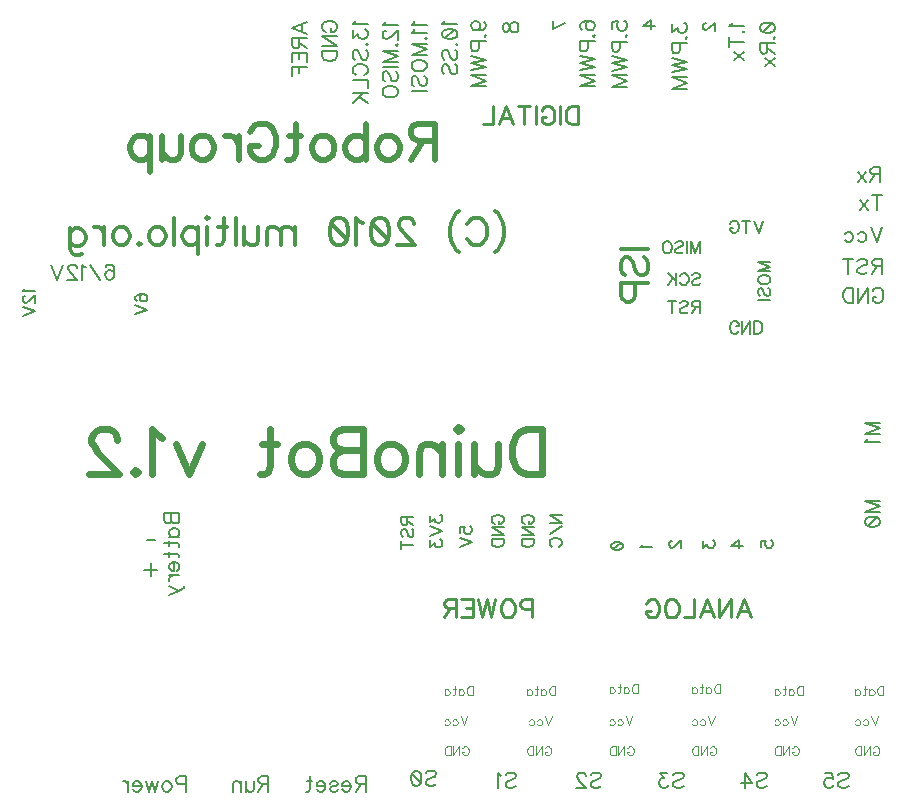
<source format=gbr>
G04 DipTrace 2.05 beta*
%INBottom Silk.gbr*%
%MOIN*%
%ADD10C,0.0098*%
%ADD11C,0.0055*%
%ADD12C,0.003*%
%ADD13C,0.0197*%
%ADD14C,0.0394*%
%ADD15C,0.02*%
%ADD16C,0.03*%
%ADD17C,0.0138*%
%ADD18C,0.0157*%
%ADD19C,0.0118*%
%ADD20C,0.0787*%
%ADD21C,0.0165*%
%ADD22C,0.015*%
%ADD23C,0.0079*%
%ADD24C,0.025*%
%ADD25R,0.056X0.06*%
%ADD26R,0.06X0.056*%
%ADD27R,0.064X0.064*%
%ADD28R,0.07X0.102*%
%ADD29R,0.0709X0.1043*%
%ADD30R,0.0276X0.0276*%
%ADD31R,0.0591X0.0512*%
%ADD32R,0.048X0.063*%
%ADD33R,0.0512X0.0591*%
%ADD34R,0.0866X0.0945*%
%ADD35R,0.0945X0.0866*%
%ADD36R,0.063X0.048*%
%ADD37O,0.0984X0.0709*%
%ADD38R,0.0984X0.0709*%
%ADD39R,0.0787X0.0787*%
%ADD40C,0.0787*%
%ADD41R,0.1063X0.0669*%
%ADD42O,0.1063X0.0669*%
%ADD43R,0.0984X0.0787*%
%ADD44R,0.122X0.0217*%
%ADD45C,0.01*%
%ADD46O,0.065X0.1*%
%ADD47R,0.0591X0.0591*%
%ADD48C,0.0591*%
%ADD49R,0.0669X0.1063*%
%ADD50O,0.0669X0.1063*%
%ADD51R,0.06X0.06*%
%ADD52C,0.06*%
%ADD53R,0.0472X0.0394*%
%ADD54R,0.0394X0.0472*%
%ADD55R,0.1772X0.1102*%
%ADD56R,0.1004X0.2953*%
%ADD57R,0.0551X0.0512*%
%ADD58R,0.1063X0.0472*%
%ADD59C,0.0827*%
%ADD60C,0.0906*%
%ADD61C,0.0373*%
%ADD62R,0.0709X0.0197*%
%ADD63R,0.0197X0.0709*%
%ADD64R,0.05X0.015*%
%ADD65R,0.065X0.0157*%
%ADD66O,0.0134X0.0143*%
%ADD67R,0.0165X0.0701*%
%ADD68R,0.08X0.026*%
%ADD69O,0.0143X0.0134*%
%ADD70R,0.0701X0.0165*%
%ADD71C,0.248*%
%ADD72C,0.1732*%
%ADD73C,0.1378*%
%ADD74C,0.1575*%
%ADD75C,0.0512*%
%ADD76C,0.04*%
%ADD77C,0.0191*%
%ADD78C,0.0354*%
%ADD79C,0.128*%
%ADD80C,0.0295*%
%ADD81C,0.0335*%
%ADD82C,0.035*%
%ADD83C,0.038*%
%ADD84C,0.126*%
%ADD85C,0.0236*%
%ADD86C,0.0479*%
%ADD87C,0.0321*%
%ADD88C,0.0433*%
%ADD89C,0.1654*%
%ADD90C,0.1496*%
%ADD91C,0.1457*%
%ADD92C,0.1299*%
%ADD93C,0.1811*%
%ADD94C,0.2559*%
%ADD95C,0.2402*%
%ADD96R,0.078X0.0244*%
%ADD97R,0.0622X0.0087*%
%ADD98R,0.0879X0.0339*%
%ADD99R,0.0721X0.0181*%
%ADD100R,0.0244X0.078*%
%ADD101R,0.0087X0.0622*%
%ADD102R,0.0728X0.0236*%
%ADD103R,0.0571X0.0079*%
%ADD104R,0.0579X0.0228*%
%ADD105R,0.0421X0.0071*%
%ADD106R,0.0276X0.0787*%
%ADD107R,0.0118X0.063*%
%ADD108R,0.0787X0.0276*%
%ADD109R,0.063X0.0118*%
%ADD110C,0.0984*%
%ADD111C,0.0748*%
%ADD112R,0.1142X0.0551*%
%ADD113R,0.0984X0.0394*%
%ADD114R,0.063X0.0591*%
%ADD115R,0.0472X0.0433*%
%ADD116R,0.1083X0.3031*%
%ADD117R,0.0925X0.2874*%
%ADD118R,0.185X0.1181*%
%ADD119R,0.1693X0.1024*%
%ADD120R,0.0472X0.0551*%
%ADD121R,0.0315X0.0394*%
%ADD122R,0.0551X0.0472*%
%ADD123R,0.0394X0.0315*%
%ADD124C,0.0679*%
%ADD125C,0.0521*%
%ADD126R,0.0679X0.0679*%
%ADD127R,0.0521X0.0521*%
%ADD128O,0.0748X0.1142*%
%ADD129O,0.0591X0.0984*%
%ADD130R,0.0748X0.1142*%
%ADD131R,0.0591X0.0984*%
%ADD132C,0.0669*%
%ADD133R,0.0669X0.0669*%
%ADD134R,0.0512X0.0512*%
%ADD135O,0.0729X0.1079*%
%ADD136O,0.0571X0.0921*%
%ADD137R,0.1299X0.0295*%
%ADD138R,0.1142X0.0138*%
%ADD139R,0.1063X0.0866*%
%ADD140R,0.0906X0.0709*%
%ADD141O,0.1142X0.0748*%
%ADD142O,0.0984X0.0591*%
%ADD143R,0.1142X0.0748*%
%ADD144R,0.0984X0.0591*%
%ADD145C,0.0866*%
%ADD146C,0.0709*%
%ADD147R,0.0866X0.0866*%
%ADD148R,0.0709X0.0709*%
%ADD149R,0.1063X0.0787*%
%ADD150R,0.0906X0.063*%
%ADD151O,0.1063X0.0787*%
%ADD152O,0.0906X0.063*%
%ADD153R,0.0709X0.0559*%
%ADD154R,0.0551X0.0401*%
%ADD155R,0.1024X0.0945*%
%ADD156R,0.0866X0.0787*%
%ADD157R,0.0945X0.1024*%
%ADD158R,0.0787X0.0866*%
%ADD159R,0.0591X0.0669*%
%ADD160R,0.0433X0.0512*%
%ADD161R,0.0559X0.0709*%
%ADD162R,0.0401X0.0551*%
%ADD163R,0.0669X0.0591*%
%ADD164R,0.0512X0.0433*%
%ADD165R,0.0354X0.0354*%
%ADD166R,0.0197X0.0197*%
%ADD167R,0.0787X0.1122*%
%ADD168R,0.063X0.0965*%
%ADD169R,0.0779X0.1099*%
%ADD170R,0.0621X0.0941*%
%ADD171R,0.0719X0.0719*%
%ADD172R,0.0561X0.0561*%
%ADD173R,0.0679X0.0639*%
%ADD174R,0.0521X0.0481*%
%ADD175R,0.0639X0.0679*%
%ADD176R,0.0481X0.0521*%
%ADD177C,0.0866*%
%ADD178C,0.0709*%
%ADD179C,0.0062*%
%ADD180C,0.0093*%
%ADD181C,0.0077*%
%ADD182C,0.0046*%
%ADD183C,0.0232*%
%ADD184C,0.0185*%
%ADD185C,0.017*%
%ADD186C,0.0124*%
%FSLAX44Y44*%
%SFA1B1*%
%OFA0B0*%
G04*
G70*
G90*
G75*
G01*
%LNBotSilk*%
%LPD*%
X24292Y-22172D2*
G54D180*
X24522Y-21569D1*
D2*
X24752Y-22172D1*
X24665Y-21971D2*
X24378D1*
X23705Y-21569D2*
Y-22172D1*
D2*
X24107Y-21569D1*
D2*
Y-22172D1*
X23060D2*
X23290Y-21569D1*
D2*
X23520Y-22172D1*
X23433Y-21971D2*
X23146D1*
X22875Y-21569D2*
Y-22172D1*
D2*
X22530D1*
X22173Y-21569D2*
X22230Y-21598D1*
D2*
X22287Y-21655D1*
D2*
X22317Y-21712D1*
D2*
X22345Y-21799D1*
D2*
Y-21943D1*
D2*
X22317Y-22028D1*
D2*
X22287Y-22086D1*
D2*
X22230Y-22143D1*
D2*
X22173Y-22172D1*
D2*
X22058D1*
D2*
X22001Y-22143D1*
D2*
X21943Y-22086D1*
D2*
X21915Y-22028D1*
D2*
X21886Y-21943D1*
D2*
Y-21799D1*
D2*
X21915Y-21712D1*
D2*
X21943Y-21655D1*
D2*
X22001Y-21598D1*
D2*
X22058Y-21569D1*
D2*
X22173D1*
X21270Y-21712D2*
X21299Y-21655D1*
D2*
X21357Y-21598D1*
D2*
X21414Y-21569D1*
D2*
X21528D1*
D2*
X21586Y-21598D1*
D2*
X21643Y-21655D1*
D2*
X21672Y-21712D1*
D2*
X21701Y-21799D1*
D2*
Y-21943D1*
D2*
X21672Y-22028D1*
D2*
X21643Y-22086D1*
D2*
X21586Y-22143D1*
D2*
X21528Y-22172D1*
D2*
X21414D1*
D2*
X21357Y-22143D1*
D2*
X21299Y-22086D1*
D2*
X21270Y-22028D1*
D2*
Y-21943D1*
D2*
X21414D1*
X17471Y-21885D2*
X17213D1*
D2*
X17127Y-21856D1*
D2*
X17098Y-21827D1*
D2*
X17070Y-21770D1*
D2*
Y-21684D1*
D2*
X17098Y-21627D1*
D2*
X17127Y-21598D1*
D2*
X17213Y-21569D1*
D2*
X17471D1*
D2*
Y-22172D1*
X16712Y-21569D2*
X16770Y-21598D1*
D2*
X16827Y-21655D1*
D2*
X16856Y-21712D1*
D2*
X16884Y-21799D1*
D2*
Y-21943D1*
D2*
X16856Y-22028D1*
D2*
X16827Y-22086D1*
D2*
X16770Y-22143D1*
D2*
X16712Y-22172D1*
D2*
X16597D1*
D2*
X16540Y-22143D1*
D2*
X16482Y-22086D1*
D2*
X16454Y-22028D1*
D2*
X16425Y-21943D1*
D2*
Y-21799D1*
D2*
X16454Y-21712D1*
D2*
X16482Y-21655D1*
D2*
X16540Y-21598D1*
D2*
X16597Y-21569D1*
D2*
X16712D1*
X16240D2*
X16096Y-22172D1*
D2*
X15953Y-21569D1*
D2*
X15810Y-22172D1*
D2*
X15666Y-21569D1*
X15108D2*
X15480D1*
D2*
Y-22172D1*
D2*
X15108D1*
X15480Y-21856D2*
X15251D1*
X14922D2*
X14664D1*
D2*
X14578Y-21827D1*
D2*
X14549Y-21799D1*
D2*
X14520Y-21742D1*
D2*
Y-21684D1*
D2*
X14549Y-21627D1*
D2*
X14578Y-21598D1*
D2*
X14664Y-21569D1*
D2*
X14922D1*
D2*
Y-22172D1*
X14721Y-21856D2*
X14520Y-22172D1*
X18983Y-5132D2*
Y-5734D1*
D2*
X18782D1*
D2*
X18695Y-5705D1*
D2*
X18638Y-5648D1*
D2*
X18609Y-5591D1*
D2*
X18581Y-5505D1*
D2*
Y-5361D1*
D2*
X18609Y-5275D1*
D2*
X18638Y-5218D1*
D2*
X18695Y-5160D1*
D2*
X18782Y-5132D1*
D2*
X18983D1*
X18395D2*
Y-5734D1*
X17780Y-5275D2*
X17808Y-5218D1*
D2*
X17866Y-5160D1*
D2*
X17923Y-5132D1*
D2*
X18038D1*
D2*
X18095Y-5160D1*
D2*
X18153Y-5218D1*
D2*
X18182Y-5275D1*
D2*
X18210Y-5361D1*
D2*
Y-5505D1*
D2*
X18182Y-5591D1*
D2*
X18153Y-5648D1*
D2*
X18095Y-5705D1*
D2*
X18038Y-5734D1*
D2*
X17923D1*
D2*
X17866Y-5705D1*
D2*
X17808Y-5648D1*
D2*
X17780Y-5591D1*
D2*
Y-5505D1*
D2*
X17923D1*
X17595Y-5132D2*
Y-5734D1*
X17208Y-5132D2*
Y-5734D1*
X17409Y-5132D2*
X17007D1*
X16362Y-5734D2*
X16593Y-5132D1*
D2*
X16822Y-5734D1*
X16736Y-5534D2*
X16449D1*
X16177Y-5132D2*
Y-5734D1*
D2*
X15833D1*
X20429Y-9880D2*
G54D17*
X21334D1*
X20559Y-10761D2*
X20472Y-10676D1*
D2*
X20429Y-10546D1*
D2*
Y-10374D1*
D2*
X20472Y-10245D1*
D2*
X20559Y-10158D1*
D2*
X20644D1*
D2*
X20731Y-10202D1*
D2*
X20773Y-10245D1*
D2*
X20816Y-10330D1*
D2*
X20903Y-10589D1*
D2*
X20946Y-10676D1*
D2*
X20989Y-10718D1*
D2*
X21075Y-10761D1*
D2*
X21204D1*
D2*
X21290Y-10676D1*
D2*
X21334Y-10546D1*
D2*
Y-10374D1*
D2*
X21290Y-10245D1*
D2*
X21204Y-10158D1*
X20903Y-11039D2*
Y-11427D1*
D2*
X20860Y-11555D1*
D2*
X20816Y-11599D1*
D2*
X20731Y-11642D1*
D2*
X20601D1*
D2*
X20516Y-11599D1*
D2*
X20472Y-11555D1*
D2*
X20429Y-11427D1*
D2*
Y-11039D1*
D2*
X21334D1*
X29056Y-16062D2*
G54D181*
X28554D1*
D2*
X29056Y-15871D1*
D2*
X28554Y-15679D1*
D2*
X29056D1*
X28650Y-16216D2*
X28626Y-16264D1*
D2*
X28554Y-16336D1*
D2*
X29056D1*
X9965Y-2707D2*
X9463Y-2516D1*
D2*
X9965Y-2324D1*
X9798Y-2396D2*
Y-2636D1*
X9702Y-2862D2*
Y-3077D1*
D2*
X9678Y-3149D1*
D2*
X9654Y-3173D1*
D2*
X9607Y-3197D1*
D2*
X9559D1*
D2*
X9511Y-3173D1*
D2*
X9487Y-3149D1*
D2*
X9463Y-3077D1*
D2*
Y-2862D1*
D2*
X9965D1*
X9702Y-3029D2*
X9965Y-3197D1*
X9463Y-3662D2*
Y-3351D1*
D2*
X9965D1*
D2*
Y-3662D1*
X9702Y-3351D2*
Y-3542D1*
X9463Y-4127D2*
Y-3816D1*
D2*
X9965D1*
X9702D2*
Y-4007D1*
X10584Y-2650D2*
X10536Y-2626D1*
D2*
X10488Y-2578D1*
D2*
X10464Y-2531D1*
D2*
Y-2435D1*
D2*
X10488Y-2387D1*
D2*
X10536Y-2339D1*
D2*
X10584Y-2315D1*
D2*
X10655Y-2291D1*
D2*
X10775D1*
D2*
X10847Y-2315D1*
D2*
X10895Y-2339D1*
D2*
X10942Y-2387D1*
D2*
X10967Y-2435D1*
D2*
Y-2531D1*
D2*
X10942Y-2578D1*
D2*
X10895Y-2626D1*
D2*
X10847Y-2650D1*
D2*
X10775D1*
D2*
Y-2531D1*
X10464Y-3139D2*
X10967D1*
D2*
X10464Y-2804D1*
D2*
X10967D1*
X10464Y-3294D2*
X10967D1*
D2*
Y-3461D1*
D2*
X10942Y-3533D1*
D2*
X10895Y-3581D1*
D2*
X10847Y-3605D1*
D2*
X10775Y-3629D1*
D2*
X10655D1*
D2*
X10584Y-3605D1*
D2*
X10536Y-3581D1*
D2*
X10488Y-3533D1*
D2*
X10464Y-3461D1*
D2*
Y-3294D1*
X11582Y-2280D2*
X11557Y-2328D1*
D2*
X11486Y-2400D1*
D2*
X11988D1*
X11486Y-2603D2*
Y-2865D1*
D2*
X11677Y-2722D1*
D2*
Y-2794D1*
D2*
X11701Y-2841D1*
D2*
X11725Y-2865D1*
D2*
X11797Y-2889D1*
D2*
X11844D1*
D2*
X11916Y-2865D1*
D2*
X11964Y-2818D1*
D2*
X11988Y-2746D1*
D2*
Y-2674D1*
D2*
X11964Y-2603D1*
D2*
X11940Y-2579D1*
D2*
X11892Y-2554D1*
X11940Y-3068D2*
X11964Y-3044D1*
D2*
X11988Y-3068D1*
D2*
X11964Y-3092D1*
D2*
X11940Y-3068D1*
X11557Y-3581D2*
X11509Y-3534D1*
D2*
X11485Y-3462D1*
D2*
Y-3366D1*
D2*
X11509Y-3294D1*
D2*
X11557Y-3246D1*
D2*
X11605D1*
D2*
X11653Y-3271D1*
D2*
X11677Y-3294D1*
D2*
X11700Y-3342D1*
D2*
X11749Y-3486D1*
D2*
X11772Y-3534D1*
D2*
X11797Y-3557D1*
D2*
X11844Y-3581D1*
D2*
X11916D1*
D2*
X11964Y-3534D1*
D2*
X11988Y-3462D1*
D2*
Y-3366D1*
D2*
X11964Y-3294D1*
D2*
X11916Y-3246D1*
X11605Y-4094D2*
X11557Y-4071D1*
D2*
X11509Y-4022D1*
D2*
X11485Y-3975D1*
D2*
Y-3879D1*
D2*
X11509Y-3831D1*
D2*
X11557Y-3784D1*
D2*
X11605Y-3759D1*
D2*
X11677Y-3736D1*
D2*
X11797D1*
D2*
X11868Y-3759D1*
D2*
X11916Y-3784D1*
D2*
X11964Y-3831D1*
D2*
X11988Y-3879D1*
D2*
Y-3975D1*
D2*
X11964Y-4022D1*
D2*
X11916Y-4071D1*
D2*
X11868Y-4094D1*
X11485Y-4249D2*
X11988D1*
D2*
Y-4536D1*
X11485Y-4690D2*
X11988D1*
X11485Y-5025D2*
X11820Y-4690D1*
X11700Y-4809D2*
X11988Y-5025D1*
X12582Y-2308D2*
X12557Y-2356D1*
D2*
X12486Y-2428D1*
D2*
X12988D1*
X12605Y-2607D2*
X12582D1*
D2*
X12534Y-2631D1*
D2*
X12510Y-2654D1*
D2*
X12486Y-2702D1*
D2*
Y-2798D1*
D2*
X12510Y-2846D1*
D2*
X12534Y-2869D1*
D2*
X12582Y-2894D1*
D2*
X12629D1*
D2*
X12677Y-2869D1*
D2*
X12749Y-2822D1*
D2*
X12988Y-2582D1*
D2*
Y-2917D1*
X12940Y-3096D2*
X12964Y-3072D1*
D2*
X12988Y-3096D1*
D2*
X12964Y-3120D1*
D2*
X12940Y-3096D1*
X12988Y-3657D2*
X12485D1*
D2*
X12988Y-3466D1*
D2*
X12485Y-3274D1*
D2*
X12988D1*
X12485Y-3811D2*
X12988D1*
X12557Y-4300D2*
X12509Y-4253D1*
D2*
X12485Y-4181D1*
D2*
Y-4085D1*
D2*
X12509Y-4014D1*
D2*
X12557Y-3966D1*
D2*
X12605D1*
D2*
X12653Y-3990D1*
D2*
X12677Y-4014D1*
D2*
X12700Y-4061D1*
D2*
X12749Y-4205D1*
D2*
X12772Y-4253D1*
D2*
X12797Y-4277D1*
D2*
X12844Y-4300D1*
D2*
X12916D1*
D2*
X12964Y-4253D1*
D2*
X12988Y-4181D1*
D2*
Y-4085D1*
D2*
X12964Y-4014D1*
D2*
X12916Y-3966D1*
X12485Y-4599D2*
X12509Y-4550D1*
D2*
X12557Y-4503D1*
D2*
X12605Y-4479D1*
D2*
X12677Y-4455D1*
D2*
X12797D1*
D2*
X12868Y-4479D1*
D2*
X12916Y-4503D1*
D2*
X12964Y-4550D1*
D2*
X12988Y-4599D1*
D2*
Y-4694D1*
D2*
X12964Y-4742D1*
D2*
X12916Y-4790D1*
D2*
X12868Y-4814D1*
D2*
X12797Y-4837D1*
D2*
X12677D1*
D2*
X12605Y-4814D1*
D2*
X12557Y-4790D1*
D2*
X12509Y-4742D1*
D2*
X12485Y-4694D1*
D2*
Y-4599D1*
X13541Y-2295D2*
X13517Y-2343D1*
D2*
X13446Y-2415D1*
D2*
X13947D1*
X13541Y-2570D2*
X13517Y-2618D1*
D2*
X13446Y-2690D1*
D2*
X13947D1*
X13899Y-2868D2*
X13924Y-2844D1*
D2*
X13947Y-2868D1*
D2*
X13924Y-2892D1*
D2*
X13899Y-2868D1*
X13947Y-3429D2*
X13445D1*
D2*
X13947Y-3238D1*
D2*
X13445Y-3046D1*
D2*
X13947D1*
X13445Y-3727D2*
X13469Y-3679D1*
D2*
X13517Y-3631D1*
D2*
X13564Y-3607D1*
D2*
X13636Y-3583D1*
D2*
X13756D1*
D2*
X13827Y-3607D1*
D2*
X13876Y-3631D1*
D2*
X13923Y-3679D1*
D2*
X13947Y-3727D1*
D2*
Y-3823D1*
D2*
X13923Y-3870D1*
D2*
X13876Y-3918D1*
D2*
X13827Y-3942D1*
D2*
X13756Y-3966D1*
D2*
X13636D1*
D2*
X13564Y-3942D1*
D2*
X13517Y-3918D1*
D2*
X13469Y-3870D1*
D2*
X13445Y-3823D1*
D2*
Y-3727D1*
X13517Y-4455D2*
X13469Y-4407D1*
D2*
X13445Y-4336D1*
D2*
Y-4240D1*
D2*
X13469Y-4168D1*
D2*
X13517Y-4120D1*
D2*
X13564D1*
D2*
X13612Y-4144D1*
D2*
X13636Y-4168D1*
D2*
X13660Y-4216D1*
D2*
X13708Y-4359D1*
D2*
X13732Y-4407D1*
D2*
X13756Y-4431D1*
D2*
X13804Y-4455D1*
D2*
X13876D1*
D2*
X13923Y-4407D1*
D2*
X13947Y-4336D1*
D2*
Y-4240D1*
D2*
X13923Y-4168D1*
D2*
X13876Y-4120D1*
X13445Y-4609D2*
X13947D1*
X14565Y-2280D2*
X14540Y-2328D1*
D2*
X14469Y-2400D1*
D2*
X14971D1*
X14469Y-2698D2*
X14493Y-2626D1*
D2*
X14565Y-2578D1*
D2*
X14684Y-2554D1*
D2*
X14756D1*
D2*
X14875Y-2578D1*
D2*
X14947Y-2626D1*
D2*
X14971Y-2698D1*
D2*
Y-2746D1*
D2*
X14947Y-2817D1*
D2*
X14875Y-2865D1*
D2*
X14756Y-2889D1*
D2*
X14684D1*
D2*
X14565Y-2865D1*
D2*
X14493Y-2817D1*
D2*
X14469Y-2746D1*
D2*
Y-2698D1*
X14565Y-2865D2*
X14875Y-2578D1*
X14923Y-3067D2*
X14947Y-3044D1*
D2*
X14971Y-3067D1*
D2*
X14947Y-3092D1*
D2*
X14923Y-3067D1*
X14540Y-3581D2*
X14492Y-3534D1*
D2*
X14469Y-3462D1*
D2*
Y-3366D1*
D2*
X14492Y-3294D1*
D2*
X14540Y-3246D1*
D2*
X14588D1*
D2*
X14636Y-3270D1*
D2*
X14660Y-3294D1*
D2*
X14684Y-3342D1*
D2*
X14732Y-3485D1*
D2*
X14755Y-3534D1*
D2*
X14780Y-3557D1*
D2*
X14827Y-3581D1*
D2*
X14899D1*
D2*
X14947Y-3534D1*
D2*
X14971Y-3462D1*
D2*
Y-3366D1*
D2*
X14947Y-3294D1*
D2*
X14899Y-3246D1*
X14540Y-4070D2*
X14492Y-4023D1*
D2*
X14469Y-3951D1*
D2*
Y-3855D1*
D2*
X14492Y-3784D1*
D2*
X14540Y-3735D1*
D2*
X14588D1*
D2*
X14636Y-3760D1*
D2*
X14660Y-3784D1*
D2*
X14684Y-3831D1*
D2*
X14732Y-3975D1*
D2*
X14755Y-4023D1*
D2*
X14780Y-4047D1*
D2*
X14827Y-4070D1*
D2*
X14899D1*
D2*
X14947Y-4023D1*
D2*
X14971Y-3951D1*
D2*
Y-3855D1*
D2*
X14947Y-3784D1*
D2*
X14899Y-3735D1*
X15596Y-2606D2*
X15668Y-2582D1*
D2*
X15716Y-2535D1*
D2*
X15740Y-2463D1*
D2*
Y-2439D1*
D2*
X15716Y-2367D1*
D2*
X15668Y-2320D1*
D2*
X15596Y-2295D1*
D2*
X15572D1*
D2*
X15501Y-2320D1*
D2*
X15453Y-2367D1*
D2*
X15429Y-2439D1*
D2*
Y-2463D1*
D2*
X15453Y-2535D1*
D2*
X15501Y-2582D1*
D2*
X15596Y-2606D1*
D2*
X15716D1*
D2*
X15835Y-2582D1*
D2*
X15907Y-2535D1*
D2*
X15931Y-2463D1*
D2*
Y-2415D1*
D2*
X15907Y-2343D1*
D2*
X15859Y-2320D1*
X15883Y-2785D2*
X15907Y-2761D1*
D2*
X15931Y-2785D1*
D2*
X15907Y-2809D1*
D2*
X15883Y-2785D1*
X15692Y-2963D2*
Y-3179D1*
D2*
X15668Y-3250D1*
D2*
X15644Y-3274D1*
D2*
X15596Y-3298D1*
D2*
X15524D1*
D2*
X15477Y-3274D1*
D2*
X15452Y-3250D1*
D2*
X15429Y-3179D1*
D2*
Y-2963D1*
D2*
X15931D1*
X15429Y-3453D2*
X15931Y-3573D1*
D2*
X15429Y-3692D1*
D2*
X15931Y-3811D1*
D2*
X15429Y-3931D1*
X15931Y-4468D2*
X15429D1*
D2*
X15931Y-4277D1*
D2*
X15429Y-4086D1*
D2*
X15931D1*
X16501Y-2450D2*
X16525Y-2379D1*
D2*
X16572Y-2354D1*
D2*
X16620D1*
D2*
X16668Y-2379D1*
D2*
X16692Y-2426D1*
D2*
X16716Y-2522D1*
D2*
X16740Y-2594D1*
D2*
X16788Y-2641D1*
D2*
X16835Y-2665D1*
D2*
X16907D1*
D2*
X16955Y-2641D1*
D2*
X16979Y-2617D1*
D2*
X17003Y-2545D1*
D2*
Y-2450D1*
D2*
X16979Y-2379D1*
D2*
X16955Y-2354D1*
D2*
X16907Y-2331D1*
D2*
X16835D1*
D2*
X16788Y-2354D1*
D2*
X16740Y-2402D1*
D2*
X16716Y-2474D1*
D2*
X16692Y-2569D1*
D2*
X16668Y-2617D1*
D2*
X16620Y-2641D1*
D2*
X16572D1*
D2*
X16525Y-2617D1*
D2*
X16501Y-2545D1*
D2*
Y-2450D1*
X18556Y-2357D2*
G54D179*
X18155Y-2548D1*
D2*
Y-2280D1*
X19125Y-2582D2*
G54D181*
X19078Y-2559D1*
D2*
X19054Y-2487D1*
D2*
Y-2439D1*
D2*
X19078Y-2367D1*
D2*
X19150Y-2319D1*
D2*
X19269Y-2296D1*
D2*
X19388D1*
D2*
X19484Y-2319D1*
D2*
X19532Y-2367D1*
D2*
X19556Y-2439D1*
D2*
Y-2463D1*
D2*
X19532Y-2534D1*
D2*
X19484Y-2582D1*
D2*
X19412Y-2606D1*
D2*
X19388D1*
D2*
X19317Y-2582D1*
D2*
X19269Y-2534D1*
D2*
X19245Y-2463D1*
D2*
Y-2439D1*
D2*
X19269Y-2367D1*
D2*
X19317Y-2319D1*
D2*
X19388Y-2296D1*
X19508Y-2784D2*
X19532Y-2761D1*
D2*
X19556Y-2784D1*
D2*
X19532Y-2809D1*
D2*
X19508Y-2784D1*
X19317Y-2963D2*
Y-3179D1*
D2*
X19293Y-3250D1*
D2*
X19268Y-3274D1*
D2*
X19221Y-3298D1*
D2*
X19149D1*
D2*
X19102Y-3274D1*
D2*
X19077Y-3250D1*
D2*
X19053Y-3179D1*
D2*
Y-2963D1*
D2*
X19556D1*
X19053Y-3452D2*
X19556Y-3572D1*
D2*
X19053Y-3692D1*
D2*
X19556Y-3811D1*
D2*
X19053Y-3931D1*
X19556Y-4468D2*
X19053D1*
D2*
X19556Y-4277D1*
D2*
X19053Y-4085D1*
D2*
X19556D1*
X20126Y-2568D2*
Y-2329D1*
D2*
X20341Y-2305D1*
D2*
X20317Y-2329D1*
D2*
X20293Y-2401D1*
D2*
Y-2472D1*
D2*
X20317Y-2544D1*
D2*
X20365Y-2592D1*
D2*
X20437Y-2616D1*
D2*
X20484D1*
D2*
X20556Y-2592D1*
D2*
X20604Y-2544D1*
D2*
X20628Y-2472D1*
D2*
Y-2401D1*
D2*
X20604Y-2329D1*
D2*
X20580Y-2305D1*
D2*
X20532Y-2281D1*
X20580Y-2794D2*
X20604Y-2770D1*
D2*
X20628Y-2794D1*
D2*
X20604Y-2818D1*
D2*
X20580Y-2794D1*
X20389Y-2973D2*
Y-3188D1*
D2*
X20365Y-3260D1*
D2*
X20341Y-3284D1*
D2*
X20293Y-3308D1*
D2*
X20221D1*
D2*
X20174Y-3284D1*
D2*
X20149Y-3260D1*
D2*
X20126Y-3188D1*
D2*
Y-2973D1*
D2*
X20628D1*
X20126Y-3462D2*
X20628Y-3582D1*
D2*
X20126Y-3701D1*
D2*
X20628Y-3821D1*
D2*
X20126Y-3941D1*
X20628Y-4478D2*
X20126D1*
D2*
X20628Y-4286D1*
D2*
X20126Y-4095D1*
D2*
X20628D1*
X21566Y-2462D2*
G54D179*
X21164D1*
D2*
X21432Y-2271D1*
D2*
Y-2558D1*
X22126Y-2392D2*
G54D181*
Y-2654D1*
D2*
X22317Y-2511D1*
D2*
Y-2583D1*
D2*
X22341Y-2630D1*
D2*
X22365Y-2654D1*
D2*
X22437Y-2678D1*
D2*
X22484D1*
D2*
X22556Y-2654D1*
D2*
X22604Y-2607D1*
D2*
X22628Y-2535D1*
D2*
Y-2463D1*
D2*
X22604Y-2392D1*
D2*
X22580Y-2368D1*
D2*
X22532Y-2343D1*
X22580Y-2857D2*
X22604Y-2833D1*
D2*
X22628Y-2857D1*
D2*
X22604Y-2881D1*
D2*
X22580Y-2857D1*
X22389Y-3035D2*
Y-3251D1*
D2*
X22365Y-3322D1*
D2*
X22341Y-3346D1*
D2*
X22293Y-3370D1*
D2*
X22221D1*
D2*
X22174Y-3346D1*
D2*
X22149Y-3322D1*
D2*
X22126Y-3251D1*
D2*
Y-3035D1*
D2*
X22628D1*
X22126Y-3525D2*
X22628Y-3645D1*
D2*
X22126Y-3764D1*
D2*
X22628Y-3883D1*
D2*
X22126Y-4003D1*
X22628Y-4540D2*
X22126D1*
D2*
X22628Y-4349D1*
D2*
X22126Y-4158D1*
D2*
X22628D1*
X23250Y-2362D2*
G54D179*
X23231D1*
D2*
X23193Y-2381D1*
D2*
X23174Y-2400D1*
D2*
X23155Y-2439D1*
D2*
Y-2515D1*
D2*
X23174Y-2553D1*
D2*
X23193Y-2572D1*
D2*
X23231Y-2592D1*
D2*
X23269D1*
D2*
X23308Y-2572D1*
D2*
X23365Y-2534D1*
D2*
X23556Y-2343D1*
D2*
Y-2611D1*
X24136Y-2350D2*
G54D181*
X24112Y-2398D1*
D2*
X24040Y-2470D1*
D2*
X24542D1*
X24494Y-2648D2*
X24518Y-2624D1*
D2*
X24542Y-2648D1*
D2*
X24518Y-2672D1*
D2*
X24494Y-2648D1*
X24040Y-2994D2*
X24542D1*
X24040Y-2827D2*
Y-3162D1*
X24207Y-3316D2*
X24542Y-3579D1*
X24207D2*
X24542Y-3316D1*
X25064Y-2490D2*
X25088Y-2418D1*
D2*
X25159Y-2370D1*
D2*
X25279Y-2346D1*
D2*
X25351D1*
D2*
X25470Y-2370D1*
D2*
X25542Y-2418D1*
D2*
X25566Y-2490D1*
D2*
Y-2537D1*
D2*
X25542Y-2609D1*
D2*
X25470Y-2657D1*
D2*
X25351Y-2681D1*
D2*
X25279D1*
D2*
X25159Y-2657D1*
D2*
X25088Y-2609D1*
D2*
X25064Y-2537D1*
D2*
Y-2490D1*
X25159Y-2657D2*
X25470Y-2370D1*
X25517Y-2859D2*
X25542Y-2835D1*
D2*
X25566Y-2859D1*
D2*
X25542Y-2883D1*
D2*
X25517Y-2859D1*
X25303Y-3038D2*
Y-3253D1*
D2*
X25278Y-3325D1*
D2*
X25254Y-3349D1*
D2*
X25207Y-3373D1*
D2*
X25159D1*
D2*
X25111Y-3349D1*
D2*
X25087Y-3325D1*
D2*
X25063Y-3253D1*
D2*
Y-3038D1*
D2*
X25566D1*
X25303Y-3205D2*
X25566Y-3373D1*
X25231Y-3527D2*
X25566Y-3790D1*
X25231D2*
X25566Y-3527D1*
X29073Y-7405D2*
X28858D1*
D2*
X28786Y-7380D1*
D2*
X28762Y-7357D1*
D2*
X28738Y-7309D1*
D2*
Y-7261D1*
D2*
X28762Y-7214D1*
D2*
X28786Y-7189D1*
D2*
X28858Y-7165D1*
D2*
X29073D1*
D2*
Y-7668D1*
X28906Y-7405D2*
X28738Y-7668D1*
X28584Y-7333D2*
X28321Y-7668D1*
Y-7333D2*
X28584Y-7668D1*
X28968Y-8103D2*
Y-8605D1*
X29136Y-8103D2*
X28801D1*
X28646Y-8270D2*
X28383Y-8605D1*
Y-8270D2*
X28646Y-8605D1*
X29144Y-9160D2*
X28953Y-9663D1*
D2*
X28762Y-9160D1*
X28320Y-9400D2*
X28368Y-9351D1*
D2*
X28416Y-9328D1*
D2*
X28487D1*
D2*
X28535Y-9351D1*
D2*
X28583Y-9400D1*
D2*
X28607Y-9471D1*
D2*
Y-9519D1*
D2*
X28583Y-9591D1*
D2*
X28535Y-9638D1*
D2*
X28487Y-9663D1*
D2*
X28416D1*
D2*
X28368Y-9638D1*
D2*
X28320Y-9591D1*
X27878Y-9400D2*
X27926Y-9351D1*
D2*
X27974Y-9328D1*
D2*
X28046D1*
D2*
X28094Y-9351D1*
D2*
X28141Y-9400D1*
D2*
X28165Y-9471D1*
D2*
Y-9519D1*
D2*
X28141Y-9591D1*
D2*
X28094Y-9638D1*
D2*
X28046Y-9663D1*
D2*
X27974D1*
D2*
X27926Y-9638D1*
D2*
X27878Y-9591D1*
X29129Y-10462D2*
X28914D1*
D2*
X28842Y-10438D1*
D2*
X28818Y-10414D1*
D2*
X28794Y-10366D1*
D2*
Y-10318D1*
D2*
X28818Y-10271D1*
D2*
X28842Y-10246D1*
D2*
X28914Y-10223D1*
D2*
X29129D1*
D2*
Y-10725D1*
X28962Y-10462D2*
X28794Y-10725D1*
X28305Y-10295D2*
X28352Y-10246D1*
D2*
X28424Y-10223D1*
D2*
X28520D1*
D2*
X28592Y-10246D1*
D2*
X28640Y-10295D1*
D2*
Y-10342D1*
D2*
X28616Y-10390D1*
D2*
X28592Y-10414D1*
D2*
X28544Y-10438D1*
D2*
X28401Y-10486D1*
D2*
X28352Y-10510D1*
D2*
X28329Y-10534D1*
D2*
X28305Y-10581D1*
D2*
Y-10653D1*
D2*
X28352Y-10701D1*
D2*
X28424Y-10725D1*
D2*
X28520D1*
D2*
X28592Y-10701D1*
D2*
X28640Y-10653D1*
X27983Y-10223D2*
Y-10725D1*
X28151Y-10223D2*
X27816D1*
X28815Y-11301D2*
X28839Y-11253D1*
D2*
X28887Y-11205D1*
D2*
X28935Y-11181D1*
D2*
X29030D1*
D2*
X29079Y-11205D1*
D2*
X29126Y-11253D1*
D2*
X29150Y-11301D1*
D2*
X29174Y-11373D1*
D2*
Y-11493D1*
D2*
X29150Y-11564D1*
D2*
X29126Y-11612D1*
D2*
X29079Y-11660D1*
D2*
X29030Y-11684D1*
D2*
X28935D1*
D2*
X28887Y-11660D1*
D2*
X28839Y-11612D1*
D2*
X28815Y-11564D1*
D2*
Y-11493D1*
D2*
X28935D1*
X28326Y-11181D2*
Y-11684D1*
D2*
X28661Y-11181D1*
D2*
Y-11684D1*
X28172Y-11181D2*
Y-11684D1*
D2*
X28004D1*
D2*
X27932Y-11660D1*
D2*
X27884Y-11612D1*
D2*
X27861Y-11564D1*
D2*
X27837Y-11493D1*
D2*
Y-11373D1*
D2*
X27861Y-11301D1*
D2*
X27884Y-11253D1*
D2*
X27932Y-11205D1*
D2*
X28004Y-11181D1*
D2*
X28172D1*
X13300Y-18826D2*
G54D179*
Y-18998D1*
D2*
X13280Y-19055D1*
D2*
X13261Y-19075D1*
D2*
X13223Y-19094D1*
D2*
X13185D1*
D2*
X13147Y-19075D1*
D2*
X13127Y-19055D1*
D2*
X13108Y-18998D1*
D2*
Y-18826D1*
D2*
X13510D1*
X13300Y-18960D2*
X13510Y-19094D1*
X13166Y-19485D2*
X13127Y-19447D1*
D2*
X13108Y-19390D1*
D2*
Y-19313D1*
D2*
X13127Y-19256D1*
D2*
X13166Y-19217D1*
D2*
X13204D1*
D2*
X13242Y-19237D1*
D2*
X13261Y-19256D1*
D2*
X13280Y-19294D1*
D2*
X13319Y-19409D1*
D2*
X13338Y-19447D1*
D2*
X13357Y-19466D1*
D2*
X13395Y-19485D1*
D2*
X13453D1*
D2*
X13491Y-19447D1*
D2*
X13510Y-19390D1*
D2*
Y-19313D1*
D2*
X13491Y-19256D1*
D2*
X13453Y-19217D1*
X13108Y-19743D2*
X13510D1*
X13108Y-19609D2*
Y-19877D1*
X14065Y-18783D2*
Y-18993D1*
D2*
X14218Y-18878D1*
D2*
Y-18936D1*
D2*
X14237Y-18974D1*
D2*
X14256Y-18993D1*
D2*
X14314Y-19012D1*
D2*
X14352D1*
D2*
X14409Y-18993D1*
D2*
X14448Y-18955D1*
D2*
X14467Y-18897D1*
D2*
Y-18840D1*
D2*
X14448Y-18783D1*
D2*
X14428Y-18764D1*
D2*
X14390Y-18744D1*
X14065Y-19136D2*
X14467Y-19289D1*
D2*
X14065Y-19442D1*
Y-19604D2*
Y-19814D1*
D2*
X14218Y-19699D1*
D2*
Y-19757D1*
D2*
X14237Y-19795D1*
D2*
X14256Y-19814D1*
D2*
X14314Y-19833D1*
D2*
X14352D1*
D2*
X14409Y-19814D1*
D2*
X14448Y-19776D1*
D2*
X14467Y-19718D1*
D2*
Y-19661D1*
D2*
X14448Y-19604D1*
D2*
X14428Y-19585D1*
D2*
X14390Y-19565D1*
X15057Y-19357D2*
Y-19166D1*
D2*
X15229Y-19147D1*
D2*
X15210Y-19166D1*
D2*
X15190Y-19224D1*
D2*
Y-19281D1*
D2*
X15210Y-19338D1*
D2*
X15248Y-19377D1*
D2*
X15305Y-19396D1*
D2*
X15343D1*
D2*
X15401Y-19377D1*
D2*
X15439Y-19338D1*
D2*
X15458Y-19281D1*
D2*
Y-19224D1*
D2*
X15439Y-19166D1*
D2*
X15420Y-19147D1*
D2*
X15382Y-19128D1*
X15057Y-19519D2*
X15458Y-19672D1*
D2*
X15057Y-19825D1*
X16213Y-19041D2*
X16175Y-19022D1*
D2*
X16137Y-18983D1*
D2*
X16118Y-18945D1*
D2*
Y-18869D1*
D2*
X16137Y-18830D1*
D2*
X16175Y-18792D1*
D2*
X16213Y-18773D1*
D2*
X16271Y-18754D1*
D2*
X16367D1*
D2*
X16424Y-18773D1*
D2*
X16462Y-18792D1*
D2*
X16500Y-18830D1*
D2*
X16520Y-18869D1*
D2*
Y-18945D1*
D2*
X16500Y-18983D1*
D2*
X16462Y-19022D1*
D2*
X16424Y-19041D1*
D2*
X16367D1*
D2*
Y-18945D1*
X16118Y-19432D2*
X16520D1*
D2*
X16118Y-19164D1*
D2*
X16520D1*
X16118Y-19556D2*
X16520D1*
D2*
Y-19690D1*
D2*
X16500Y-19747D1*
D2*
X16462Y-19786D1*
D2*
X16424Y-19805D1*
D2*
X16367Y-19824D1*
D2*
X16271D1*
D2*
X16213Y-19805D1*
D2*
X16175Y-19786D1*
D2*
X16137Y-19747D1*
D2*
X16118Y-19690D1*
D2*
Y-19556D1*
X17213Y-19041D2*
X17175Y-19022D1*
D2*
X17137Y-18983D1*
D2*
X17118Y-18945D1*
D2*
Y-18869D1*
D2*
X17137Y-18830D1*
D2*
X17175Y-18792D1*
D2*
X17213Y-18773D1*
D2*
X17271Y-18754D1*
D2*
X17367D1*
D2*
X17424Y-18773D1*
D2*
X17462Y-18792D1*
D2*
X17500Y-18830D1*
D2*
X17520Y-18869D1*
D2*
Y-18945D1*
D2*
X17500Y-18983D1*
D2*
X17462Y-19022D1*
D2*
X17424Y-19041D1*
D2*
X17367D1*
D2*
Y-18945D1*
X17118Y-19432D2*
X17520D1*
D2*
X17118Y-19164D1*
D2*
X17520D1*
X17118Y-19556D2*
X17520D1*
D2*
Y-19690D1*
D2*
X17500Y-19747D1*
D2*
X17462Y-19786D1*
D2*
X17424Y-19805D1*
D2*
X17367Y-19824D1*
D2*
X17271D1*
D2*
X17213Y-19805D1*
D2*
X17175Y-19786D1*
D2*
X17137Y-19747D1*
D2*
X17118Y-19690D1*
D2*
Y-19556D1*
X18046Y-19013D2*
X18448D1*
D2*
X18046Y-18745D1*
D2*
X18448D1*
Y-19136D2*
X18047Y-19404D1*
X18142Y-19815D2*
X18104Y-19796D1*
D2*
X18065Y-19757D1*
D2*
X18046Y-19719D1*
D2*
Y-19643D1*
D2*
X18065Y-19604D1*
D2*
X18104Y-19566D1*
D2*
X18142Y-19547D1*
D2*
X18199Y-19528D1*
D2*
X18295D1*
D2*
X18352Y-19547D1*
D2*
X18391Y-19566D1*
D2*
X18429Y-19604D1*
D2*
X18448Y-19643D1*
D2*
Y-19719D1*
D2*
X18429Y-19757D1*
D2*
X18391Y-19796D1*
D2*
X18352Y-19815D1*
X20092Y-19770D2*
X20111Y-19712D1*
D2*
X20169Y-19674D1*
D2*
X20264Y-19655D1*
D2*
X20322D1*
D2*
X20417Y-19674D1*
D2*
X20475Y-19712D1*
D2*
X20494Y-19770D1*
D2*
Y-19808D1*
D2*
X20475Y-19865D1*
D2*
X20417Y-19903D1*
D2*
X20322Y-19923D1*
D2*
X20264D1*
D2*
X20169Y-19903D1*
D2*
X20111Y-19865D1*
D2*
X20092Y-19808D1*
D2*
Y-19770D1*
X20169Y-19903D2*
X20417Y-19674D1*
X21145Y-19741D2*
X21126Y-19779D1*
D2*
X21069Y-19837D1*
D2*
X21470D1*
X22125Y-19612D2*
X22106D1*
D2*
X22068Y-19631D1*
D2*
X22049Y-19650D1*
D2*
X22030Y-19688D1*
D2*
Y-19765D1*
D2*
X22049Y-19803D1*
D2*
X22068Y-19822D1*
D2*
X22106Y-19841D1*
D2*
X22144D1*
D2*
X22183Y-19822D1*
D2*
X22240Y-19784D1*
D2*
X22431Y-19592D1*
D2*
Y-19860D1*
X23155Y-19631D2*
Y-19841D1*
D2*
X23308Y-19726D1*
D2*
Y-19784D1*
D2*
X23327Y-19822D1*
D2*
X23346Y-19841D1*
D2*
X23403Y-19860D1*
D2*
X23441D1*
D2*
X23499Y-19841D1*
D2*
X23537Y-19803D1*
D2*
X23556Y-19745D1*
D2*
Y-19688D1*
D2*
X23537Y-19631D1*
D2*
X23518Y-19612D1*
D2*
X23480Y-19592D1*
X24503Y-19774D2*
X24102D1*
D2*
X24369Y-19583D1*
D2*
Y-19870D1*
X25092Y-19822D2*
Y-19631D1*
D2*
X25264Y-19612D1*
D2*
X25245Y-19631D1*
D2*
X25226Y-19688D1*
D2*
Y-19745D1*
D2*
X25245Y-19803D1*
D2*
X25283Y-19841D1*
D2*
X25341Y-19860D1*
D2*
X25379D1*
D2*
X25436Y-19841D1*
D2*
X25475Y-19803D1*
D2*
X25494Y-19745D1*
D2*
Y-19688D1*
D2*
X25475Y-19631D1*
D2*
X25455Y-19612D1*
D2*
X25417Y-19592D1*
X29056Y-18659D2*
G54D181*
X28554D1*
D2*
X29056Y-18468D1*
D2*
X28554Y-18277D1*
D2*
X29056D1*
X28554Y-18957D2*
X28578Y-18886D1*
D2*
X28650Y-18838D1*
D2*
X28769Y-18814D1*
D2*
X28841D1*
D2*
X28961Y-18838D1*
D2*
X29033Y-18886D1*
D2*
X29056Y-18957D1*
D2*
Y-19005D1*
D2*
X29033Y-19077D1*
D2*
X28961Y-19124D1*
D2*
X28841Y-19149D1*
D2*
X28769D1*
D2*
X28650Y-19124D1*
D2*
X28578Y-19077D1*
D2*
X28554Y-19005D1*
D2*
Y-18957D1*
X28650Y-19124D2*
X28961Y-18838D1*
X13927Y-27354D2*
X13975Y-27306D1*
D2*
X14047Y-27283D1*
D2*
X14142D1*
D2*
X14214Y-27306D1*
D2*
X14262Y-27354D1*
D2*
Y-27402D1*
D2*
X14238Y-27450D1*
D2*
X14214Y-27474D1*
D2*
X14166Y-27498D1*
D2*
X14023Y-27546D1*
D2*
X13975Y-27569D1*
D2*
X13951Y-27594D1*
D2*
X13927Y-27641D1*
D2*
Y-27713D1*
D2*
X13975Y-27761D1*
D2*
X14047Y-27785D1*
D2*
X14142D1*
D2*
X14214Y-27761D1*
D2*
X14262Y-27713D1*
X13629Y-27283D2*
X13701Y-27307D1*
D2*
X13749Y-27379D1*
D2*
X13773Y-27498D1*
D2*
Y-27570D1*
D2*
X13749Y-27689D1*
D2*
X13701Y-27761D1*
D2*
X13629Y-27785D1*
D2*
X13581D1*
D2*
X13510Y-27761D1*
D2*
X13462Y-27689D1*
D2*
X13438Y-27570D1*
D2*
Y-27498D1*
D2*
X13462Y-27379D1*
D2*
X13510Y-27307D1*
D2*
X13581Y-27283D1*
D2*
X13629D1*
X13462Y-27379D2*
X13749Y-27689D1*
X3251Y-10479D2*
X3275Y-10432D1*
D2*
X3347Y-10408D1*
D2*
X3395D1*
D2*
X3466Y-10432D1*
D2*
X3514Y-10504D1*
D2*
X3538Y-10623D1*
D2*
Y-10743D1*
D2*
X3514Y-10838D1*
D2*
X3466Y-10886D1*
D2*
X3395Y-10910D1*
D2*
X3371D1*
D2*
X3299Y-10886D1*
D2*
X3251Y-10838D1*
D2*
X3228Y-10766D1*
D2*
Y-10743D1*
D2*
X3251Y-10671D1*
D2*
X3299Y-10623D1*
D2*
X3371Y-10599D1*
D2*
X3395D1*
D2*
X3466Y-10623D1*
D2*
X3514Y-10671D1*
D2*
X3538Y-10743D1*
X3073Y-10910D2*
X2738Y-10408D1*
X2584Y-10504D2*
X2536Y-10479D1*
D2*
X2464Y-10408D1*
D2*
Y-10910D1*
X2285Y-10528D2*
Y-10504D1*
D2*
X2262Y-10456D1*
D2*
X2238Y-10432D1*
D2*
X2190Y-10408D1*
D2*
X2094D1*
D2*
X2047Y-10432D1*
D2*
X2023Y-10456D1*
D2*
X1998Y-10504D1*
D2*
Y-10551D1*
D2*
X2023Y-10599D1*
D2*
X2070Y-10671D1*
D2*
X2310Y-10910D1*
D2*
X1975D1*
X1820Y-10408D2*
X1629Y-10910D1*
D2*
X1438Y-10408D1*
X5204Y-18704D2*
X5707D1*
D2*
Y-18919D1*
D2*
X5682Y-18991D1*
D2*
X5659Y-19015D1*
D2*
X5611Y-19039D1*
D2*
X5539D1*
D2*
X5491Y-19015D1*
D2*
X5467Y-18991D1*
D2*
X5444Y-18919D1*
D2*
X5419Y-18991D1*
D2*
X5395Y-19015D1*
D2*
X5348Y-19039D1*
D2*
X5300D1*
D2*
X5252Y-19015D1*
D2*
X5228Y-18991D1*
D2*
X5204Y-18919D1*
D2*
Y-18704D1*
X5444D2*
Y-18919D1*
X5372Y-19480D2*
X5707D1*
X5444D2*
X5395Y-19432D1*
D2*
X5372Y-19384D1*
D2*
Y-19313D1*
D2*
X5395Y-19265D1*
D2*
X5444Y-19217D1*
D2*
X5515Y-19193D1*
D2*
X5563D1*
D2*
X5635Y-19217D1*
D2*
X5682Y-19265D1*
D2*
X5707Y-19313D1*
D2*
Y-19384D1*
D2*
X5682Y-19432D1*
D2*
X5635Y-19480D1*
X5204Y-19706D2*
X5611D1*
D2*
X5682Y-19730D1*
D2*
X5707Y-19778D1*
D2*
Y-19826D1*
X5372Y-19634D2*
Y-19802D1*
X5204Y-20052D2*
X5611D1*
D2*
X5682Y-20076D1*
D2*
X5707Y-20124D1*
D2*
Y-20171D1*
X5372Y-19980D2*
Y-20147D1*
X5515Y-20326D2*
Y-20612D1*
D2*
X5467D1*
D2*
X5419Y-20589D1*
D2*
X5395Y-20565D1*
D2*
X5372Y-20517D1*
D2*
Y-20445D1*
D2*
X5395Y-20397D1*
D2*
X5444Y-20349D1*
D2*
X5515Y-20326D1*
D2*
X5563D1*
D2*
X5635Y-20349D1*
D2*
X5682Y-20397D1*
D2*
X5707Y-20445D1*
D2*
Y-20517D1*
D2*
X5682Y-20565D1*
D2*
X5635Y-20612D1*
X5372Y-20767D2*
X5707D1*
X5515D2*
X5444Y-20791D1*
D2*
X5395Y-20839D1*
D2*
X5372Y-20887D1*
D2*
Y-20959D1*
Y-21137D2*
X5707Y-21280D1*
D2*
X5802Y-21233D1*
D2*
X5850Y-21185D1*
D2*
X5874Y-21137D1*
D2*
Y-21113D1*
X5372Y-21424D2*
X5707Y-21280D1*
X16587Y-27417D2*
X16635Y-27369D1*
D2*
X16707Y-27345D1*
D2*
X16802D1*
D2*
X16874Y-27369D1*
D2*
X16922Y-27417D1*
D2*
Y-27465D1*
D2*
X16898Y-27513D1*
D2*
X16874Y-27536D1*
D2*
X16826Y-27560D1*
D2*
X16683Y-27608D1*
D2*
X16635Y-27632D1*
D2*
X16611Y-27656D1*
D2*
X16587Y-27704D1*
D2*
Y-27776D1*
D2*
X16635Y-27823D1*
D2*
X16707Y-27848D1*
D2*
X16802D1*
D2*
X16874Y-27823D1*
D2*
X16922Y-27776D1*
X16433Y-27441D2*
X16385Y-27417D1*
D2*
X16313Y-27346D1*
D2*
Y-27848D1*
X19427Y-27417D2*
X19475Y-27369D1*
D2*
X19547Y-27345D1*
D2*
X19642D1*
D2*
X19714Y-27369D1*
D2*
X19762Y-27417D1*
D2*
Y-27465D1*
D2*
X19738Y-27513D1*
D2*
X19714Y-27536D1*
D2*
X19666Y-27560D1*
D2*
X19523Y-27608D1*
D2*
X19475Y-27632D1*
D2*
X19451Y-27656D1*
D2*
X19427Y-27704D1*
D2*
Y-27776D1*
D2*
X19475Y-27823D1*
D2*
X19547Y-27848D1*
D2*
X19642D1*
D2*
X19714Y-27823D1*
D2*
X19762Y-27776D1*
X19248Y-27465D2*
Y-27441D1*
D2*
X19225Y-27393D1*
D2*
X19201Y-27369D1*
D2*
X19153Y-27346D1*
D2*
X19057D1*
D2*
X19010Y-27369D1*
D2*
X18986Y-27393D1*
D2*
X18962Y-27441D1*
D2*
Y-27489D1*
D2*
X18986Y-27537D1*
D2*
X19033Y-27608D1*
D2*
X19273Y-27848D1*
D2*
X18938D1*
X22177Y-27417D2*
X22225Y-27369D1*
D2*
X22296Y-27345D1*
D2*
X22392D1*
D2*
X22464Y-27369D1*
D2*
X22512Y-27417D1*
D2*
Y-27465D1*
D2*
X22488Y-27513D1*
D2*
X22464Y-27536D1*
D2*
X22416Y-27560D1*
D2*
X22273Y-27608D1*
D2*
X22225Y-27632D1*
D2*
X22201Y-27656D1*
D2*
X22177Y-27704D1*
D2*
Y-27776D1*
D2*
X22225Y-27823D1*
D2*
X22296Y-27848D1*
D2*
X22392D1*
D2*
X22464Y-27823D1*
D2*
X22512Y-27776D1*
X21975Y-27346D2*
X21712D1*
D2*
X21855Y-27537D1*
D2*
X21783D1*
D2*
X21736Y-27561D1*
D2*
X21712Y-27584D1*
D2*
X21688Y-27656D1*
D2*
Y-27704D1*
D2*
X21712Y-27776D1*
D2*
X21760Y-27824D1*
D2*
X21831Y-27848D1*
D2*
X21903D1*
D2*
X21975Y-27824D1*
D2*
X21998Y-27799D1*
D2*
X22023Y-27752D1*
X24951Y-27417D2*
X24998Y-27369D1*
D2*
X25070Y-27345D1*
D2*
X25166D1*
D2*
X25238Y-27369D1*
D2*
X25286Y-27417D1*
D2*
Y-27465D1*
D2*
X25262Y-27513D1*
D2*
X25238Y-27536D1*
D2*
X25190Y-27560D1*
D2*
X25047Y-27608D1*
D2*
X24998Y-27632D1*
D2*
X24975Y-27656D1*
D2*
X24951Y-27704D1*
D2*
Y-27776D1*
D2*
X24998Y-27823D1*
D2*
X25070Y-27848D1*
D2*
X25166D1*
D2*
X25238Y-27823D1*
D2*
X25286Y-27776D1*
X24557Y-27848D2*
Y-27346D1*
D2*
X24796Y-27680D1*
D2*
X24438D1*
X27677Y-27417D2*
X27725Y-27369D1*
D2*
X27797Y-27345D1*
D2*
X27892D1*
D2*
X27964Y-27369D1*
D2*
X28012Y-27417D1*
D2*
Y-27465D1*
D2*
X27988Y-27513D1*
D2*
X27964Y-27536D1*
D2*
X27916Y-27560D1*
D2*
X27773Y-27608D1*
D2*
X27725Y-27632D1*
D2*
X27701Y-27656D1*
D2*
X27677Y-27704D1*
D2*
Y-27776D1*
D2*
X27725Y-27823D1*
D2*
X27797Y-27848D1*
D2*
X27892D1*
D2*
X27964Y-27823D1*
D2*
X28012Y-27776D1*
X27236Y-27346D2*
X27475D1*
D2*
X27498Y-27561D1*
D2*
X27475Y-27537D1*
D2*
X27403Y-27513D1*
D2*
X27331D1*
D2*
X27260Y-27537D1*
D2*
X27212Y-27584D1*
D2*
X27188Y-27656D1*
D2*
Y-27704D1*
D2*
X27212Y-27776D1*
D2*
X27260Y-27824D1*
D2*
X27331Y-27848D1*
D2*
X27403D1*
D2*
X27475Y-27824D1*
D2*
X27498Y-27799D1*
D2*
X27523Y-27752D1*
X15135Y-26536D2*
G54D182*
X15149Y-26508D1*
D2*
X15178Y-26479D1*
D2*
X15206Y-26465D1*
D2*
X15264D1*
D2*
X15292Y-26479D1*
D2*
X15321Y-26508D1*
D2*
X15336Y-26536D1*
D2*
X15350Y-26580D1*
D2*
Y-26652D1*
D2*
X15336Y-26694D1*
D2*
X15321Y-26723D1*
D2*
X15292Y-26752D1*
D2*
X15264Y-26766D1*
D2*
X15206D1*
D2*
X15178Y-26752D1*
D2*
X15149Y-26723D1*
D2*
X15135Y-26694D1*
D2*
Y-26652D1*
D2*
X15206D1*
X14841Y-26465D2*
Y-26766D1*
D2*
X15042Y-26465D1*
D2*
Y-26766D1*
X14748Y-26465D2*
Y-26766D1*
D2*
X14648D1*
D2*
X14605Y-26752D1*
D2*
X14576Y-26723D1*
D2*
X14562Y-26694D1*
D2*
X14547Y-26652D1*
D2*
Y-26580D1*
D2*
X14562Y-26536D1*
D2*
X14576Y-26508D1*
D2*
X14605Y-26479D1*
D2*
X14648Y-26465D1*
D2*
X14748D1*
X15307Y-25465D2*
X15192Y-25766D1*
D2*
X15078Y-25465D1*
X14812Y-25608D2*
X14841Y-25580D1*
D2*
X14870Y-25565D1*
D2*
X14913D1*
D2*
X14942Y-25580D1*
D2*
X14970Y-25608D1*
D2*
X14985Y-25652D1*
D2*
Y-25680D1*
D2*
X14970Y-25723D1*
D2*
X14942Y-25752D1*
D2*
X14913Y-25766D1*
D2*
X14870D1*
D2*
X14841Y-25752D1*
D2*
X14812Y-25723D1*
X14547Y-25608D2*
X14576Y-25580D1*
D2*
X14605Y-25565D1*
D2*
X14648D1*
D2*
X14677Y-25580D1*
D2*
X14705Y-25608D1*
D2*
X14720Y-25652D1*
D2*
Y-25680D1*
D2*
X14705Y-25723D1*
D2*
X14677Y-25752D1*
D2*
X14648Y-25766D1*
D2*
X14605D1*
D2*
X14576Y-25752D1*
D2*
X14547Y-25723D1*
X15485Y-24465D2*
Y-24766D1*
D2*
X15385D1*
D2*
X15342Y-24752D1*
D2*
X15313Y-24723D1*
D2*
X15298Y-24694D1*
D2*
X15284Y-24652D1*
D2*
Y-24580D1*
D2*
X15298Y-24536D1*
D2*
X15313Y-24508D1*
D2*
X15342Y-24479D1*
D2*
X15385Y-24465D1*
D2*
X15485D1*
X15019Y-24565D2*
Y-24766D1*
Y-24608D2*
X15048Y-24580D1*
D2*
X15077Y-24565D1*
D2*
X15120D1*
D2*
X15148Y-24580D1*
D2*
X15177Y-24608D1*
D2*
X15192Y-24652D1*
D2*
Y-24680D1*
D2*
X15177Y-24723D1*
D2*
X15148Y-24752D1*
D2*
X15120Y-24766D1*
D2*
X15077D1*
D2*
X15048Y-24752D1*
D2*
X15019Y-24723D1*
X14884Y-24465D2*
Y-24709D1*
D2*
X14869Y-24752D1*
D2*
X14841Y-24766D1*
D2*
X14812D1*
X14927Y-24565D2*
X14826D1*
X14547D2*
Y-24766D1*
Y-24608D2*
X14576Y-24580D1*
D2*
X14605Y-24565D1*
D2*
X14648D1*
D2*
X14676Y-24580D1*
D2*
X14705Y-24608D1*
D2*
X14719Y-24652D1*
D2*
Y-24680D1*
D2*
X14705Y-24723D1*
D2*
X14676Y-24752D1*
D2*
X14648Y-24766D1*
D2*
X14605D1*
D2*
X14576Y-24752D1*
D2*
X14547Y-24723D1*
X17885Y-26536D2*
X17899Y-26508D1*
D2*
X17928Y-26479D1*
D2*
X17956Y-26465D1*
D2*
X18014D1*
D2*
X18042Y-26479D1*
D2*
X18071Y-26508D1*
D2*
X18086Y-26536D1*
D2*
X18100Y-26580D1*
D2*
Y-26652D1*
D2*
X18086Y-26694D1*
D2*
X18071Y-26723D1*
D2*
X18042Y-26752D1*
D2*
X18014Y-26766D1*
D2*
X17956D1*
D2*
X17928Y-26752D1*
D2*
X17899Y-26723D1*
D2*
X17885Y-26694D1*
D2*
Y-26652D1*
D2*
X17956D1*
X17591Y-26465D2*
Y-26766D1*
D2*
X17792Y-26465D1*
D2*
Y-26766D1*
X17498Y-26465D2*
Y-26766D1*
D2*
X17398D1*
D2*
X17355Y-26752D1*
D2*
X17326Y-26723D1*
D2*
X17312Y-26694D1*
D2*
X17297Y-26652D1*
D2*
Y-26580D1*
D2*
X17312Y-26536D1*
D2*
X17326Y-26508D1*
D2*
X17355Y-26479D1*
D2*
X17398Y-26465D1*
D2*
X17498D1*
X18119Y-25465D2*
X18005Y-25766D1*
D2*
X17890Y-25465D1*
X17625Y-25608D2*
X17654Y-25580D1*
D2*
X17683Y-25565D1*
D2*
X17725D1*
D2*
X17754Y-25580D1*
D2*
X17783Y-25608D1*
D2*
X17797Y-25652D1*
D2*
Y-25680D1*
D2*
X17783Y-25723D1*
D2*
X17754Y-25752D1*
D2*
X17725Y-25766D1*
D2*
X17683D1*
D2*
X17654Y-25752D1*
D2*
X17625Y-25723D1*
X17360Y-25608D2*
X17389Y-25580D1*
D2*
X17418Y-25565D1*
D2*
X17460D1*
D2*
X17489Y-25580D1*
D2*
X17518Y-25608D1*
D2*
X17532Y-25652D1*
D2*
Y-25680D1*
D2*
X17518Y-25723D1*
D2*
X17489Y-25752D1*
D2*
X17460Y-25766D1*
D2*
X17418D1*
D2*
X17389Y-25752D1*
D2*
X17360Y-25723D1*
X18235Y-24465D2*
Y-24766D1*
D2*
X18135D1*
D2*
X18092Y-24752D1*
D2*
X18063Y-24723D1*
D2*
X18048Y-24694D1*
D2*
X18034Y-24652D1*
D2*
Y-24580D1*
D2*
X18048Y-24536D1*
D2*
X18063Y-24508D1*
D2*
X18092Y-24479D1*
D2*
X18135Y-24465D1*
D2*
X18235D1*
X17769Y-24565D2*
Y-24766D1*
Y-24608D2*
X17798Y-24580D1*
D2*
X17827Y-24565D1*
D2*
X17870D1*
D2*
X17898Y-24580D1*
D2*
X17927Y-24608D1*
D2*
X17942Y-24652D1*
D2*
Y-24680D1*
D2*
X17927Y-24723D1*
D2*
X17898Y-24752D1*
D2*
X17870Y-24766D1*
D2*
X17827D1*
D2*
X17798Y-24752D1*
D2*
X17769Y-24723D1*
X17634Y-24465D2*
Y-24709D1*
D2*
X17619Y-24752D1*
D2*
X17591Y-24766D1*
D2*
X17562D1*
X17677Y-24565D2*
X17576D1*
X17297D2*
Y-24766D1*
Y-24608D2*
X17326Y-24580D1*
D2*
X17355Y-24565D1*
D2*
X17398D1*
D2*
X17426Y-24580D1*
D2*
X17455Y-24608D1*
D2*
X17469Y-24652D1*
D2*
Y-24680D1*
D2*
X17455Y-24723D1*
D2*
X17426Y-24752D1*
D2*
X17398Y-24766D1*
D2*
X17355D1*
D2*
X17326Y-24752D1*
D2*
X17297Y-24723D1*
X20635Y-26536D2*
X20649Y-26508D1*
D2*
X20678Y-26479D1*
D2*
X20706Y-26465D1*
D2*
X20764D1*
D2*
X20792Y-26479D1*
D2*
X20821Y-26508D1*
D2*
X20836Y-26536D1*
D2*
X20850Y-26580D1*
D2*
Y-26652D1*
D2*
X20836Y-26694D1*
D2*
X20821Y-26723D1*
D2*
X20792Y-26752D1*
D2*
X20764Y-26766D1*
D2*
X20706D1*
D2*
X20678Y-26752D1*
D2*
X20649Y-26723D1*
D2*
X20635Y-26694D1*
D2*
Y-26652D1*
D2*
X20706D1*
X20341Y-26465D2*
Y-26766D1*
D2*
X20542Y-26465D1*
D2*
Y-26766D1*
X20248Y-26465D2*
Y-26766D1*
D2*
X20148D1*
D2*
X20105Y-26752D1*
D2*
X20076Y-26723D1*
D2*
X20062Y-26694D1*
D2*
X20047Y-26652D1*
D2*
Y-26580D1*
D2*
X20062Y-26536D1*
D2*
X20076Y-26508D1*
D2*
X20105Y-26479D1*
D2*
X20148Y-26465D1*
D2*
X20248D1*
X20807Y-25465D2*
X20692Y-25766D1*
D2*
X20578Y-25465D1*
X20312Y-25608D2*
X20341Y-25580D1*
D2*
X20370Y-25565D1*
D2*
X20413D1*
D2*
X20442Y-25580D1*
D2*
X20470Y-25608D1*
D2*
X20485Y-25652D1*
D2*
Y-25680D1*
D2*
X20470Y-25723D1*
D2*
X20442Y-25752D1*
D2*
X20413Y-25766D1*
D2*
X20370D1*
D2*
X20341Y-25752D1*
D2*
X20312Y-25723D1*
X20047Y-25608D2*
X20076Y-25580D1*
D2*
X20105Y-25565D1*
D2*
X20148D1*
D2*
X20177Y-25580D1*
D2*
X20205Y-25608D1*
D2*
X20220Y-25652D1*
D2*
Y-25680D1*
D2*
X20205Y-25723D1*
D2*
X20177Y-25752D1*
D2*
X20148Y-25766D1*
D2*
X20105D1*
D2*
X20076Y-25752D1*
D2*
X20047Y-25723D1*
X20985Y-24402D2*
Y-24704D1*
D2*
X20885D1*
D2*
X20842Y-24689D1*
D2*
X20813Y-24661D1*
D2*
X20798Y-24632D1*
D2*
X20784Y-24589D1*
D2*
Y-24517D1*
D2*
X20798Y-24474D1*
D2*
X20813Y-24445D1*
D2*
X20842Y-24417D1*
D2*
X20885Y-24402D1*
D2*
X20985D1*
X20519Y-24503D2*
Y-24704D1*
Y-24546D2*
X20548Y-24517D1*
D2*
X20577Y-24503D1*
D2*
X20620D1*
D2*
X20648Y-24517D1*
D2*
X20677Y-24546D1*
D2*
X20692Y-24589D1*
D2*
Y-24618D1*
D2*
X20677Y-24661D1*
D2*
X20648Y-24689D1*
D2*
X20620Y-24704D1*
D2*
X20577D1*
D2*
X20548Y-24689D1*
D2*
X20519Y-24661D1*
X20384Y-24402D2*
Y-24646D1*
D2*
X20369Y-24689D1*
D2*
X20341Y-24704D1*
D2*
X20312D1*
X20427Y-24503D2*
X20326D1*
X20047D2*
Y-24704D1*
Y-24546D2*
X20076Y-24517D1*
D2*
X20105Y-24503D1*
D2*
X20148D1*
D2*
X20176Y-24517D1*
D2*
X20205Y-24546D1*
D2*
X20219Y-24589D1*
D2*
Y-24618D1*
D2*
X20205Y-24661D1*
D2*
X20176Y-24689D1*
D2*
X20148Y-24704D1*
D2*
X20105D1*
D2*
X20076Y-24689D1*
D2*
X20047Y-24661D1*
X23385Y-26536D2*
X23399Y-26508D1*
D2*
X23428Y-26479D1*
D2*
X23456Y-26465D1*
D2*
X23514D1*
D2*
X23542Y-26479D1*
D2*
X23571Y-26508D1*
D2*
X23586Y-26536D1*
D2*
X23600Y-26580D1*
D2*
Y-26652D1*
D2*
X23586Y-26694D1*
D2*
X23571Y-26723D1*
D2*
X23542Y-26752D1*
D2*
X23514Y-26766D1*
D2*
X23456D1*
D2*
X23428Y-26752D1*
D2*
X23399Y-26723D1*
D2*
X23385Y-26694D1*
D2*
Y-26652D1*
D2*
X23456D1*
X23091Y-26465D2*
Y-26766D1*
D2*
X23292Y-26465D1*
D2*
Y-26766D1*
X22998Y-26465D2*
Y-26766D1*
D2*
X22898D1*
D2*
X22855Y-26752D1*
D2*
X22826Y-26723D1*
D2*
X22812Y-26694D1*
D2*
X22797Y-26652D1*
D2*
Y-26580D1*
D2*
X22812Y-26536D1*
D2*
X22826Y-26508D1*
D2*
X22855Y-26479D1*
D2*
X22898Y-26465D1*
D2*
X22998D1*
X23557Y-25465D2*
X23442Y-25766D1*
D2*
X23328Y-25465D1*
X23062Y-25608D2*
X23091Y-25580D1*
D2*
X23120Y-25565D1*
D2*
X23163D1*
D2*
X23192Y-25580D1*
D2*
X23220Y-25608D1*
D2*
X23235Y-25652D1*
D2*
Y-25680D1*
D2*
X23220Y-25723D1*
D2*
X23192Y-25752D1*
D2*
X23163Y-25766D1*
D2*
X23120D1*
D2*
X23091Y-25752D1*
D2*
X23062Y-25723D1*
X22797Y-25608D2*
X22826Y-25580D1*
D2*
X22855Y-25565D1*
D2*
X22898D1*
D2*
X22927Y-25580D1*
D2*
X22955Y-25608D1*
D2*
X22970Y-25652D1*
D2*
Y-25680D1*
D2*
X22955Y-25723D1*
D2*
X22927Y-25752D1*
D2*
X22898Y-25766D1*
D2*
X22855D1*
D2*
X22826Y-25752D1*
D2*
X22797Y-25723D1*
X23735Y-24402D2*
Y-24704D1*
D2*
X23635D1*
D2*
X23592Y-24689D1*
D2*
X23563Y-24661D1*
D2*
X23548Y-24632D1*
D2*
X23534Y-24589D1*
D2*
Y-24517D1*
D2*
X23548Y-24474D1*
D2*
X23563Y-24445D1*
D2*
X23592Y-24417D1*
D2*
X23635Y-24402D1*
D2*
X23735D1*
X23269Y-24503D2*
Y-24704D1*
Y-24546D2*
X23298Y-24517D1*
D2*
X23327Y-24503D1*
D2*
X23370D1*
D2*
X23398Y-24517D1*
D2*
X23427Y-24546D1*
D2*
X23442Y-24589D1*
D2*
Y-24618D1*
D2*
X23427Y-24661D1*
D2*
X23398Y-24689D1*
D2*
X23370Y-24704D1*
D2*
X23327D1*
D2*
X23298Y-24689D1*
D2*
X23269Y-24661D1*
X23134Y-24402D2*
Y-24646D1*
D2*
X23119Y-24689D1*
D2*
X23091Y-24704D1*
D2*
X23062D1*
X23177Y-24503D2*
X23076D1*
X22797D2*
Y-24704D1*
Y-24546D2*
X22826Y-24517D1*
D2*
X22855Y-24503D1*
D2*
X22898D1*
D2*
X22926Y-24517D1*
D2*
X22955Y-24546D1*
D2*
X22969Y-24589D1*
D2*
Y-24618D1*
D2*
X22955Y-24661D1*
D2*
X22926Y-24689D1*
D2*
X22898Y-24704D1*
D2*
X22855D1*
D2*
X22826Y-24689D1*
D2*
X22797Y-24661D1*
X26135Y-26536D2*
X26149Y-26508D1*
D2*
X26178Y-26479D1*
D2*
X26206Y-26465D1*
D2*
X26264D1*
D2*
X26292Y-26479D1*
D2*
X26321Y-26508D1*
D2*
X26336Y-26536D1*
D2*
X26350Y-26580D1*
D2*
Y-26652D1*
D2*
X26336Y-26694D1*
D2*
X26321Y-26723D1*
D2*
X26292Y-26752D1*
D2*
X26264Y-26766D1*
D2*
X26206D1*
D2*
X26178Y-26752D1*
D2*
X26149Y-26723D1*
D2*
X26135Y-26694D1*
D2*
Y-26652D1*
D2*
X26206D1*
X25841Y-26465D2*
Y-26766D1*
D2*
X26042Y-26465D1*
D2*
Y-26766D1*
X25748Y-26465D2*
Y-26766D1*
D2*
X25648D1*
D2*
X25605Y-26752D1*
D2*
X25576Y-26723D1*
D2*
X25562Y-26694D1*
D2*
X25547Y-26652D1*
D2*
Y-26580D1*
D2*
X25562Y-26536D1*
D2*
X25576Y-26508D1*
D2*
X25605Y-26479D1*
D2*
X25648Y-26465D1*
D2*
X25748D1*
X26307Y-25465D2*
X26192Y-25766D1*
D2*
X26078Y-25465D1*
X25812Y-25608D2*
X25841Y-25580D1*
D2*
X25870Y-25565D1*
D2*
X25913D1*
D2*
X25942Y-25580D1*
D2*
X25970Y-25608D1*
D2*
X25985Y-25652D1*
D2*
Y-25680D1*
D2*
X25970Y-25723D1*
D2*
X25942Y-25752D1*
D2*
X25913Y-25766D1*
D2*
X25870D1*
D2*
X25841Y-25752D1*
D2*
X25812Y-25723D1*
X25547Y-25608D2*
X25576Y-25580D1*
D2*
X25605Y-25565D1*
D2*
X25648D1*
D2*
X25677Y-25580D1*
D2*
X25705Y-25608D1*
D2*
X25720Y-25652D1*
D2*
Y-25680D1*
D2*
X25705Y-25723D1*
D2*
X25677Y-25752D1*
D2*
X25648Y-25766D1*
D2*
X25605D1*
D2*
X25576Y-25752D1*
D2*
X25547Y-25723D1*
X26485Y-24465D2*
Y-24766D1*
D2*
X26385D1*
D2*
X26342Y-24752D1*
D2*
X26313Y-24723D1*
D2*
X26298Y-24694D1*
D2*
X26284Y-24652D1*
D2*
Y-24580D1*
D2*
X26298Y-24536D1*
D2*
X26313Y-24508D1*
D2*
X26342Y-24479D1*
D2*
X26385Y-24465D1*
D2*
X26485D1*
X26019Y-24565D2*
Y-24766D1*
Y-24608D2*
X26048Y-24580D1*
D2*
X26077Y-24565D1*
D2*
X26120D1*
D2*
X26148Y-24580D1*
D2*
X26177Y-24608D1*
D2*
X26192Y-24652D1*
D2*
Y-24680D1*
D2*
X26177Y-24723D1*
D2*
X26148Y-24752D1*
D2*
X26120Y-24766D1*
D2*
X26077D1*
D2*
X26048Y-24752D1*
D2*
X26019Y-24723D1*
X25884Y-24465D2*
Y-24709D1*
D2*
X25869Y-24752D1*
D2*
X25841Y-24766D1*
D2*
X25812D1*
X25927Y-24565D2*
X25826D1*
X25547D2*
Y-24766D1*
Y-24608D2*
X25576Y-24580D1*
D2*
X25605Y-24565D1*
D2*
X25648D1*
D2*
X25676Y-24580D1*
D2*
X25705Y-24608D1*
D2*
X25719Y-24652D1*
D2*
Y-24680D1*
D2*
X25705Y-24723D1*
D2*
X25676Y-24752D1*
D2*
X25648Y-24766D1*
D2*
X25605D1*
D2*
X25576Y-24752D1*
D2*
X25547Y-24723D1*
X28822Y-26536D2*
X28836Y-26508D1*
D2*
X28865Y-26479D1*
D2*
X28894Y-26465D1*
D2*
X28951D1*
D2*
X28980Y-26479D1*
D2*
X29008Y-26508D1*
D2*
X29023Y-26536D1*
D2*
X29037Y-26580D1*
D2*
Y-26652D1*
D2*
X29023Y-26694D1*
D2*
X29008Y-26723D1*
D2*
X28980Y-26752D1*
D2*
X28951Y-26766D1*
D2*
X28894D1*
D2*
X28865Y-26752D1*
D2*
X28836Y-26723D1*
D2*
X28822Y-26694D1*
D2*
Y-26652D1*
D2*
X28894D1*
X28528Y-26465D2*
Y-26766D1*
D2*
X28729Y-26465D1*
D2*
Y-26766D1*
X28436Y-26465D2*
Y-26766D1*
D2*
X28335D1*
D2*
X28292Y-26752D1*
D2*
X28263Y-26723D1*
D2*
X28249Y-26694D1*
D2*
X28235Y-26652D1*
D2*
Y-26580D1*
D2*
X28249Y-26536D1*
D2*
X28263Y-26508D1*
D2*
X28292Y-26479D1*
D2*
X28335Y-26465D1*
D2*
X28436D1*
X28994Y-25465D2*
X28880Y-25766D1*
D2*
X28765Y-25465D1*
X28500Y-25608D2*
X28529Y-25580D1*
D2*
X28558Y-25565D1*
D2*
X28600D1*
D2*
X28629Y-25580D1*
D2*
X28658Y-25608D1*
D2*
X28672Y-25652D1*
D2*
Y-25680D1*
D2*
X28658Y-25723D1*
D2*
X28629Y-25752D1*
D2*
X28600Y-25766D1*
D2*
X28558D1*
D2*
X28529Y-25752D1*
D2*
X28500Y-25723D1*
X28235Y-25608D2*
X28264Y-25580D1*
D2*
X28293Y-25565D1*
D2*
X28335D1*
D2*
X28364Y-25580D1*
D2*
X28393Y-25608D1*
D2*
X28407Y-25652D1*
D2*
Y-25680D1*
D2*
X28393Y-25723D1*
D2*
X28364Y-25752D1*
D2*
X28335Y-25766D1*
D2*
X28293D1*
D2*
X28264Y-25752D1*
D2*
X28235Y-25723D1*
X29173Y-24465D2*
Y-24766D1*
D2*
X29072D1*
D2*
X29029Y-24752D1*
D2*
X29000Y-24723D1*
D2*
X28986Y-24694D1*
D2*
X28972Y-24652D1*
D2*
Y-24580D1*
D2*
X28986Y-24536D1*
D2*
X29000Y-24508D1*
D2*
X29029Y-24479D1*
D2*
X29072Y-24465D1*
D2*
X29173D1*
X28707Y-24565D2*
Y-24766D1*
Y-24608D2*
X28736Y-24580D1*
D2*
X28764Y-24565D1*
D2*
X28807D1*
D2*
X28836Y-24580D1*
D2*
X28865Y-24608D1*
D2*
X28879Y-24652D1*
D2*
Y-24680D1*
D2*
X28865Y-24723D1*
D2*
X28836Y-24752D1*
D2*
X28807Y-24766D1*
D2*
X28764D1*
D2*
X28736Y-24752D1*
D2*
X28707Y-24723D1*
X28571Y-24465D2*
Y-24709D1*
D2*
X28557Y-24752D1*
D2*
X28528Y-24766D1*
D2*
X28500D1*
X28614Y-24565D2*
X28514D1*
X28235D2*
Y-24766D1*
Y-24608D2*
X28263Y-24580D1*
D2*
X28292Y-24565D1*
D2*
X28335D1*
D2*
X28364Y-24580D1*
D2*
X28392Y-24608D1*
D2*
X28407Y-24652D1*
D2*
Y-24680D1*
D2*
X28392Y-24723D1*
D2*
X28364Y-24752D1*
D2*
X28335Y-24766D1*
D2*
X28292D1*
D2*
X28263Y-24752D1*
D2*
X28235Y-24723D1*
X8670Y-27709D2*
G54D181*
X8455D1*
D2*
X8383Y-27685D1*
D2*
X8359Y-27661D1*
D2*
X8335Y-27614D1*
D2*
Y-27566D1*
D2*
X8359Y-27518D1*
D2*
X8383Y-27494D1*
D2*
X8455Y-27470D1*
D2*
X8670D1*
D2*
Y-27973D1*
X8503Y-27709D2*
X8335Y-27973D1*
X8181Y-27638D2*
Y-27877D1*
D2*
X8157Y-27948D1*
D2*
X8109Y-27973D1*
D2*
X8037D1*
D2*
X7990Y-27948D1*
D2*
X7918Y-27877D1*
Y-27638D2*
Y-27973D1*
X7763Y-27638D2*
Y-27973D1*
Y-27733D2*
X7692Y-27661D1*
D2*
X7643Y-27638D1*
D2*
X7572D1*
D2*
X7524Y-27661D1*
D2*
X7500Y-27733D1*
D2*
Y-27973D1*
X11918Y-27709D2*
X11703D1*
D2*
X11631Y-27685D1*
D2*
X11607Y-27661D1*
D2*
X11583Y-27614D1*
D2*
Y-27566D1*
D2*
X11607Y-27518D1*
D2*
X11631Y-27494D1*
D2*
X11703Y-27470D1*
D2*
X11918D1*
D2*
Y-27973D1*
X11751Y-27709D2*
X11583Y-27973D1*
X11429Y-27781D2*
X11142D1*
D2*
Y-27733D1*
D2*
X11166Y-27685D1*
D2*
X11190Y-27661D1*
D2*
X11238Y-27638D1*
D2*
X11310D1*
D2*
X11357Y-27661D1*
D2*
X11405Y-27709D1*
D2*
X11429Y-27781D1*
D2*
Y-27829D1*
D2*
X11405Y-27901D1*
D2*
X11357Y-27948D1*
D2*
X11310Y-27973D1*
D2*
X11238D1*
D2*
X11190Y-27948D1*
D2*
X11142Y-27901D1*
X10725Y-27709D2*
X10748Y-27661D1*
D2*
X10820Y-27638D1*
D2*
X10892D1*
D2*
X10964Y-27661D1*
D2*
X10988Y-27709D1*
D2*
X10964Y-27757D1*
D2*
X10916Y-27781D1*
D2*
X10797Y-27805D1*
D2*
X10748Y-27829D1*
D2*
X10725Y-27877D1*
D2*
Y-27901D1*
D2*
X10748Y-27948D1*
D2*
X10820Y-27973D1*
D2*
X10892D1*
D2*
X10964Y-27948D1*
D2*
X10988Y-27901D1*
X10570Y-27781D2*
X10283D1*
D2*
Y-27733D1*
D2*
X10307Y-27685D1*
D2*
X10331Y-27661D1*
D2*
X10379Y-27638D1*
D2*
X10451D1*
D2*
X10498Y-27661D1*
D2*
X10546Y-27709D1*
D2*
X10570Y-27781D1*
D2*
Y-27829D1*
D2*
X10546Y-27901D1*
D2*
X10498Y-27948D1*
D2*
X10451Y-27973D1*
D2*
X10379D1*
D2*
X10331Y-27948D1*
D2*
X10283Y-27901D1*
X10057Y-27470D2*
Y-27877D1*
D2*
X10033Y-27948D1*
D2*
X9985Y-27973D1*
D2*
X9938D1*
X10129Y-27638D2*
X9962D1*
X5938Y-27733D2*
X5722D1*
D2*
X5651Y-27709D1*
D2*
X5626Y-27685D1*
D2*
X5603Y-27638D1*
D2*
Y-27566D1*
D2*
X5626Y-27518D1*
D2*
X5651Y-27494D1*
D2*
X5722Y-27470D1*
D2*
X5938D1*
D2*
Y-27973D1*
X5329Y-27638D2*
X5376Y-27661D1*
D2*
X5424Y-27709D1*
D2*
X5448Y-27781D1*
D2*
Y-27829D1*
D2*
X5424Y-27901D1*
D2*
X5376Y-27948D1*
D2*
X5329Y-27973D1*
D2*
X5257D1*
D2*
X5209Y-27948D1*
D2*
X5161Y-27901D1*
D2*
X5137Y-27829D1*
D2*
Y-27781D1*
D2*
X5161Y-27709D1*
D2*
X5209Y-27661D1*
D2*
X5257Y-27638D1*
D2*
X5329D1*
X4983D2*
X4887Y-27973D1*
D2*
X4791Y-27638D1*
D2*
X4696Y-27973D1*
D2*
X4600Y-27638D1*
X4446Y-27781D2*
X4159D1*
D2*
Y-27733D1*
D2*
X4183Y-27685D1*
D2*
X4207Y-27661D1*
D2*
X4255Y-27638D1*
D2*
X4326D1*
D2*
X4374Y-27661D1*
D2*
X4422Y-27709D1*
D2*
X4446Y-27781D1*
D2*
Y-27829D1*
D2*
X4422Y-27901D1*
D2*
X4374Y-27948D1*
D2*
X4326Y-27973D1*
D2*
X4255D1*
D2*
X4207Y-27948D1*
D2*
X4159Y-27901D1*
X4005Y-27638D2*
Y-27973D1*
Y-27781D2*
X3980Y-27709D1*
D2*
X3933Y-27661D1*
D2*
X3885Y-27638D1*
D2*
X3813D1*
X4625Y-19580D2*
X4901D1*
X4748Y-20795D2*
Y-20365D1*
X4533Y-20580D2*
X4964D1*
X17798Y-15885D2*
G54D183*
Y-17393D1*
D2*
X17296D1*
D2*
X17080Y-17320D1*
D2*
X16936Y-17177D1*
D2*
X16865Y-17033D1*
D2*
X16793Y-16819D1*
D2*
Y-16459D1*
D2*
X16865Y-16244D1*
D2*
X16936Y-16101D1*
D2*
X17080Y-15957D1*
D2*
X17296Y-15885D1*
D2*
X17798D1*
X16330Y-16388D2*
Y-17106D1*
D2*
X16259Y-17320D1*
D2*
X16115Y-17393D1*
D2*
X15899D1*
D2*
X15756Y-17320D1*
D2*
X15541Y-17106D1*
Y-16388D2*
Y-17393D1*
X15078Y-15885D2*
X15006Y-15957D1*
D2*
X14933Y-15885D1*
D2*
X15006Y-15812D1*
D2*
X15078Y-15885D1*
X15006Y-16388D2*
Y-17393D1*
X14470Y-16388D2*
Y-17393D1*
Y-16675D2*
X14255Y-16459D1*
D2*
X14110Y-16388D1*
D2*
X13897D1*
D2*
X13752Y-16459D1*
D2*
X13681Y-16675D1*
D2*
Y-17393D1*
X12860Y-16388D2*
X13002Y-16459D1*
D2*
X13147Y-16603D1*
D2*
X13218Y-16819D1*
D2*
Y-16961D1*
D2*
X13147Y-17177D1*
D2*
X13002Y-17320D1*
D2*
X12860Y-17393D1*
D2*
X12644D1*
D2*
X12500Y-17320D1*
D2*
X12357Y-17177D1*
D2*
X12284Y-16961D1*
D2*
Y-16819D1*
D2*
X12357Y-16603D1*
D2*
X12500Y-16459D1*
D2*
X12644Y-16388D1*
D2*
X12860D1*
X11821Y-15885D2*
Y-17393D1*
D2*
X11174D1*
D2*
X10959Y-17320D1*
D2*
X10888Y-17248D1*
D2*
X10816Y-17106D1*
D2*
Y-16890D1*
D2*
X10888Y-16746D1*
D2*
X10959Y-16675D1*
D2*
X11174Y-16603D1*
D2*
X10959Y-16530D1*
D2*
X10888Y-16459D1*
D2*
X10816Y-16316D1*
D2*
Y-16172D1*
D2*
X10888Y-16030D1*
D2*
X10959Y-15957D1*
D2*
X11174Y-15885D1*
D2*
X11821D1*
Y-16603D2*
X11174D1*
X9995Y-16388D2*
X10138Y-16459D1*
D2*
X10282Y-16603D1*
D2*
X10353Y-16819D1*
D2*
Y-16961D1*
D2*
X10282Y-17177D1*
D2*
X10138Y-17320D1*
D2*
X9995Y-17393D1*
D2*
X9779D1*
D2*
X9635Y-17320D1*
D2*
X9493Y-17177D1*
D2*
X9420Y-16961D1*
D2*
Y-16819D1*
D2*
X9493Y-16603D1*
D2*
X9635Y-16459D1*
D2*
X9779Y-16388D1*
D2*
X9995D1*
X8741Y-15885D2*
Y-17106D1*
D2*
X8670Y-17320D1*
D2*
X8525Y-17393D1*
D2*
X8383D1*
X8956Y-16388D2*
X8454D1*
X6462D2*
X6030Y-17393D1*
D2*
X5601Y-16388D1*
X5138Y-16174D2*
X4994Y-16101D1*
D2*
X4778Y-15887D1*
D2*
Y-17393D1*
X4244Y-17248D2*
X4315Y-17321D1*
D2*
X4244Y-17393D1*
D2*
X4171Y-17321D1*
D2*
X4244Y-17248D1*
X3634Y-16245D2*
Y-16174D1*
D2*
X3563Y-16030D1*
D2*
X3492Y-15958D1*
D2*
X3348Y-15887D1*
D2*
X3061D1*
D2*
X2918Y-15958D1*
D2*
X2847Y-16030D1*
D2*
X2774Y-16174D1*
D2*
Y-16316D1*
D2*
X2847Y-16461D1*
D2*
X2989Y-16675D1*
D2*
X3707Y-17393D1*
D2*
X2703D1*
X14223Y-6281D2*
G54D184*
X13707D1*
D2*
X13535Y-6223D1*
D2*
X13477Y-6166D1*
D2*
X13420Y-6052D1*
D2*
Y-5937D1*
D2*
X13477Y-5822D1*
D2*
X13535Y-5764D1*
D2*
X13707Y-5707D1*
D2*
X14223D1*
D2*
Y-6913D1*
X13822Y-6281D2*
X13420Y-6913D1*
X12763Y-6109D2*
X12877Y-6166D1*
D2*
X12992Y-6281D1*
D2*
X13049Y-6454D1*
D2*
Y-6568D1*
D2*
X12992Y-6740D1*
D2*
X12877Y-6854D1*
D2*
X12763Y-6913D1*
D2*
X12590D1*
D2*
X12475Y-6854D1*
D2*
X12361Y-6740D1*
D2*
X12302Y-6568D1*
D2*
Y-6454D1*
D2*
X12361Y-6281D1*
D2*
X12475Y-6166D1*
D2*
X12590Y-6109D1*
D2*
X12763D1*
X11932Y-5707D2*
Y-6913D1*
Y-6281D2*
X11816Y-6166D1*
D2*
X11702Y-6109D1*
D2*
X11530D1*
D2*
X11416Y-6166D1*
D2*
X11300Y-6281D1*
D2*
X11243Y-6454D1*
D2*
Y-6568D1*
D2*
X11300Y-6740D1*
D2*
X11416Y-6854D1*
D2*
X11530Y-6913D1*
D2*
X11702D1*
D2*
X11816Y-6854D1*
D2*
X11932Y-6740D1*
X10586Y-6109D2*
X10700Y-6166D1*
D2*
X10816Y-6281D1*
D2*
X10873Y-6454D1*
D2*
Y-6568D1*
D2*
X10816Y-6740D1*
D2*
X10700Y-6854D1*
D2*
X10586Y-6913D1*
D2*
X10414D1*
D2*
X10298Y-6854D1*
D2*
X10184Y-6740D1*
D2*
X10126Y-6568D1*
D2*
Y-6454D1*
D2*
X10184Y-6281D1*
D2*
X10298Y-6166D1*
D2*
X10414Y-6109D1*
D2*
X10586D1*
X9583Y-5707D2*
Y-6683D1*
D2*
X9526Y-6854D1*
D2*
X9411Y-6913D1*
D2*
X9296D1*
X9755Y-6109D2*
X9353D1*
X8065Y-5994D2*
X8122Y-5879D1*
D2*
X8237Y-5764D1*
D2*
X8352Y-5707D1*
D2*
X8581D1*
D2*
X8696Y-5764D1*
D2*
X8811Y-5879D1*
D2*
X8869Y-5994D1*
D2*
X8926Y-6166D1*
D2*
Y-6454D1*
D2*
X8869Y-6625D1*
D2*
X8811Y-6740D1*
D2*
X8696Y-6854D1*
D2*
X8581Y-6913D1*
D2*
X8352D1*
D2*
X8237Y-6854D1*
D2*
X8122Y-6740D1*
D2*
X8065Y-6625D1*
D2*
Y-6454D1*
D2*
X8352D1*
X7694Y-6109D2*
Y-6913D1*
Y-6454D2*
X7636Y-6281D1*
D2*
X7522Y-6166D1*
D2*
X7407Y-6109D1*
D2*
X7234D1*
X6577D2*
X6691Y-6166D1*
D2*
X6807Y-6281D1*
D2*
X6864Y-6454D1*
D2*
Y-6568D1*
D2*
X6807Y-6740D1*
D2*
X6691Y-6854D1*
D2*
X6577Y-6913D1*
D2*
X6405D1*
D2*
X6289Y-6854D1*
D2*
X6175Y-6740D1*
D2*
X6117Y-6568D1*
D2*
Y-6454D1*
D2*
X6175Y-6281D1*
D2*
X6289Y-6166D1*
D2*
X6405Y-6109D1*
D2*
X6577D1*
X5746D2*
Y-6683D1*
D2*
X5689Y-6854D1*
D2*
X5574Y-6913D1*
D2*
X5401D1*
D2*
X5287Y-6854D1*
D2*
X5115Y-6683D1*
Y-6109D2*
Y-6913D1*
X4744Y-6109D2*
Y-7315D1*
Y-6281D2*
X4629Y-6167D1*
D2*
X4515Y-6109D1*
D2*
X4342D1*
D2*
X4227Y-6167D1*
D2*
X4113Y-6281D1*
D2*
X4055Y-6454D1*
D2*
Y-6569D1*
D2*
X4113Y-6740D1*
D2*
X4227Y-6856D1*
D2*
X4342Y-6913D1*
D2*
X4515D1*
D2*
X4629Y-6856D1*
D2*
X4744Y-6740D1*
X16231Y-8620D2*
G54D17*
X16318Y-8705D1*
D2*
X16403Y-8835D1*
D2*
X16490Y-9007D1*
D2*
X16533Y-9223D1*
D2*
Y-9395D1*
D2*
X16490Y-9610D1*
D2*
X16403Y-9782D1*
D2*
X16318Y-9911D1*
D2*
X16231Y-9997D1*
X15308Y-9071D2*
X15351Y-8985D1*
D2*
X15437Y-8898D1*
D2*
X15523Y-8856D1*
D2*
X15695D1*
D2*
X15781Y-8898D1*
D2*
X15867Y-8985D1*
D2*
X15911Y-9071D1*
D2*
X15953Y-9200D1*
D2*
Y-9416D1*
D2*
X15911Y-9544D1*
D2*
X15867Y-9631D1*
D2*
X15781Y-9716D1*
D2*
X15695Y-9760D1*
D2*
X15523D1*
D2*
X15437Y-9716D1*
D2*
X15351Y-9631D1*
D2*
X15308Y-9544D1*
X15030Y-8620D2*
X14943Y-8705D1*
D2*
X14858Y-8835D1*
D2*
X14771Y-9007D1*
D2*
X14728Y-9223D1*
D2*
Y-9395D1*
D2*
X14771Y-9610D1*
D2*
X14858Y-9782D1*
D2*
X14943Y-9911D1*
D2*
X15030Y-9997D1*
X13532Y-9072D2*
Y-9029D1*
D2*
X13489Y-8942D1*
D2*
X13446Y-8899D1*
D2*
X13360Y-8857D1*
D2*
X13188D1*
D2*
X13102Y-8899D1*
D2*
X13059Y-8942D1*
D2*
X13016Y-9029D1*
D2*
Y-9114D1*
D2*
X13059Y-9201D1*
D2*
X13145Y-9329D1*
D2*
X13576Y-9760D1*
D2*
X12973D1*
X12436Y-8857D2*
X12566Y-8899D1*
D2*
X12652Y-9029D1*
D2*
X12695Y-9244D1*
D2*
Y-9373D1*
D2*
X12652Y-9588D1*
D2*
X12566Y-9717D1*
D2*
X12436Y-9760D1*
D2*
X12351D1*
D2*
X12221Y-9717D1*
D2*
X12136Y-9588D1*
D2*
X12092Y-9373D1*
D2*
Y-9244D1*
D2*
X12136Y-9029D1*
D2*
X12221Y-8899D1*
D2*
X12351Y-8857D1*
D2*
X12436D1*
X12136Y-9029D2*
X12652Y-9588D1*
X11814Y-9029D2*
X11728Y-8985D1*
D2*
X11598Y-8857D1*
D2*
Y-9760D1*
X11062Y-8857D2*
X11191Y-8899D1*
D2*
X11278Y-9029D1*
D2*
X11320Y-9244D1*
D2*
Y-9373D1*
D2*
X11278Y-9588D1*
D2*
X11191Y-9717D1*
D2*
X11062Y-9760D1*
D2*
X10976D1*
D2*
X10847Y-9717D1*
D2*
X10761Y-9588D1*
D2*
X10717Y-9373D1*
D2*
Y-9244D1*
D2*
X10761Y-9029D1*
D2*
X10847Y-8899D1*
D2*
X10976Y-8857D1*
D2*
X11062D1*
X10761Y-9029D2*
X11278Y-9588D1*
X9565Y-9157D2*
Y-9760D1*
Y-9329D2*
X9435Y-9200D1*
D2*
X9349Y-9157D1*
D2*
X9220D1*
D2*
X9134Y-9200D1*
D2*
X9091Y-9329D1*
D2*
Y-9760D1*
Y-9329D2*
X8962Y-9200D1*
D2*
X8875Y-9157D1*
D2*
X8747D1*
D2*
X8660Y-9200D1*
D2*
X8617Y-9329D1*
D2*
Y-9760D1*
X8339Y-9157D2*
Y-9588D1*
D2*
X8296Y-9716D1*
D2*
X8209Y-9760D1*
D2*
X8080D1*
D2*
X7994Y-9716D1*
D2*
X7865Y-9588D1*
Y-9157D2*
Y-9760D1*
X7587Y-8856D2*
Y-9760D1*
X7180Y-8856D2*
Y-9588D1*
D2*
X7137Y-9716D1*
D2*
X7051Y-9760D1*
D2*
X6965D1*
X7309Y-9157D2*
X7008D1*
X6687Y-8856D2*
X6644Y-8898D1*
D2*
X6601Y-8856D1*
D2*
X6644Y-8812D1*
D2*
X6687Y-8856D1*
X6644Y-9157D2*
Y-9760D1*
X6323Y-9157D2*
Y-10061D1*
Y-9286D2*
X6236Y-9201D1*
D2*
X6151Y-9157D1*
D2*
X6021D1*
D2*
X5935Y-9201D1*
D2*
X5849Y-9286D1*
D2*
X5805Y-9416D1*
D2*
Y-9502D1*
D2*
X5849Y-9631D1*
D2*
X5935Y-9717D1*
D2*
X6021Y-9760D1*
D2*
X6151D1*
D2*
X6236Y-9717D1*
D2*
X6323Y-9631D1*
X5528Y-8856D2*
Y-9760D1*
X5035Y-9157D2*
X5120Y-9200D1*
D2*
X5207Y-9286D1*
D2*
X5250Y-9416D1*
D2*
Y-9501D1*
D2*
X5207Y-9631D1*
D2*
X5120Y-9716D1*
D2*
X5035Y-9760D1*
D2*
X4905D1*
D2*
X4819Y-9716D1*
D2*
X4733Y-9631D1*
D2*
X4690Y-9501D1*
D2*
Y-9416D1*
D2*
X4733Y-9286D1*
D2*
X4819Y-9200D1*
D2*
X4905Y-9157D1*
D2*
X5035D1*
X4369Y-9673D2*
X4412Y-9717D1*
D2*
X4369Y-9760D1*
D2*
X4325Y-9717D1*
D2*
X4369Y-9673D1*
X3832Y-9157D2*
X3918Y-9200D1*
D2*
X4004Y-9286D1*
D2*
X4047Y-9416D1*
D2*
Y-9501D1*
D2*
X4004Y-9631D1*
D2*
X3918Y-9716D1*
D2*
X3832Y-9760D1*
D2*
X3703D1*
D2*
X3616Y-9716D1*
D2*
X3531Y-9631D1*
D2*
X3487Y-9501D1*
D2*
Y-9416D1*
D2*
X3531Y-9286D1*
D2*
X3616Y-9200D1*
D2*
X3703Y-9157D1*
D2*
X3832D1*
X3209D2*
Y-9760D1*
Y-9416D2*
X3165Y-9286D1*
D2*
X3080Y-9200D1*
D2*
X2993Y-9157D1*
D2*
X2864D1*
X2070Y-9200D2*
Y-9889D1*
D2*
X2112Y-10018D1*
D2*
X2155Y-10061D1*
D2*
X2242Y-10104D1*
D2*
X2371D1*
D2*
X2457Y-10061D1*
X2070Y-9329D2*
X2155Y-9244D1*
D2*
X2242Y-9200D1*
D2*
X2371D1*
D2*
X2457Y-9244D1*
D2*
X2543Y-9329D1*
D2*
X2586Y-9459D1*
D2*
Y-9545D1*
D2*
X2543Y-9673D1*
D2*
X2457Y-9760D1*
D2*
X2371Y-9803D1*
D2*
X2242D1*
D2*
X2155Y-9760D1*
D2*
X2070Y-9673D1*
X22757Y-10034D2*
G54D179*
Y-9632D1*
D2*
X22910Y-10034D1*
D2*
X23063Y-9632D1*
D2*
Y-10034D1*
X22633Y-9632D2*
Y-10034D1*
X22242Y-9689D2*
X22280Y-9651D1*
D2*
X22337Y-9632D1*
D2*
X22414D1*
D2*
X22471Y-9651D1*
D2*
X22510Y-9689D1*
D2*
Y-9727D1*
D2*
X22490Y-9766D1*
D2*
X22471Y-9785D1*
D2*
X22433Y-9804D1*
D2*
X22318Y-9842D1*
D2*
X22280Y-9861D1*
D2*
X22261Y-9881D1*
D2*
X22242Y-9919D1*
D2*
Y-9976D1*
D2*
X22280Y-10014D1*
D2*
X22337Y-10034D1*
D2*
X22414D1*
D2*
X22471Y-10014D1*
D2*
X22510Y-9976D1*
X22003Y-9632D2*
X22042Y-9651D1*
D2*
X22080Y-9689D1*
D2*
X22099Y-9727D1*
D2*
X22118Y-9785D1*
D2*
Y-9881D1*
D2*
X22099Y-9938D1*
D2*
X22080Y-9976D1*
D2*
X22042Y-10014D1*
D2*
X22003Y-10034D1*
D2*
X21927D1*
D2*
X21889Y-10014D1*
D2*
X21850Y-9976D1*
D2*
X21831Y-9938D1*
D2*
X21812Y-9881D1*
D2*
Y-9785D1*
D2*
X21831Y-9727D1*
D2*
X21850Y-9689D1*
D2*
X21889Y-9651D1*
D2*
X21927Y-9632D1*
D2*
X22003D1*
X23051Y-11823D2*
X22879D1*
D2*
X22821Y-11804D1*
D2*
X22802Y-11785D1*
D2*
X22783Y-11747D1*
D2*
Y-11708D1*
D2*
X22802Y-11670D1*
D2*
X22821Y-11651D1*
D2*
X22879Y-11632D1*
D2*
X23051D1*
D2*
Y-12034D1*
X22917Y-11823D2*
X22783Y-12034D1*
X22391Y-11689D2*
X22429Y-11651D1*
D2*
X22487Y-11632D1*
D2*
X22563D1*
D2*
X22621Y-11651D1*
D2*
X22659Y-11689D1*
D2*
Y-11727D1*
D2*
X22640Y-11766D1*
D2*
X22621Y-11785D1*
D2*
X22583Y-11804D1*
D2*
X22468Y-11842D1*
D2*
X22429Y-11861D1*
D2*
X22410Y-11881D1*
D2*
X22391Y-11919D1*
D2*
Y-11976D1*
D2*
X22429Y-12014D1*
D2*
X22487Y-12034D1*
D2*
X22563D1*
D2*
X22621Y-12014D1*
D2*
X22659Y-11976D1*
X22134Y-11632D2*
Y-12034D1*
X22268Y-11632D2*
X22000D1*
X22802Y-10752D2*
X22840Y-10713D1*
D2*
X22897Y-10694D1*
D2*
X22974D1*
D2*
X23031Y-10713D1*
D2*
X23070Y-10752D1*
D2*
Y-10790D1*
D2*
X23050Y-10828D1*
D2*
X23031Y-10847D1*
D2*
X22993Y-10866D1*
D2*
X22878Y-10905D1*
D2*
X22840Y-10924D1*
D2*
X22821Y-10943D1*
D2*
X22802Y-10981D1*
D2*
Y-11039D1*
D2*
X22840Y-11077D1*
D2*
X22897Y-11096D1*
D2*
X22974D1*
D2*
X23031Y-11077D1*
D2*
X23070Y-11039D1*
X22391Y-10790D2*
X22410Y-10752D1*
D2*
X22449Y-10713D1*
D2*
X22487Y-10694D1*
D2*
X22563D1*
D2*
X22602Y-10713D1*
D2*
X22640Y-10752D1*
D2*
X22659Y-10790D1*
D2*
X22678Y-10847D1*
D2*
Y-10943D1*
D2*
X22659Y-11000D1*
D2*
X22640Y-11039D1*
D2*
X22602Y-11077D1*
D2*
X22563Y-11096D1*
D2*
X22487D1*
D2*
X22449Y-11077D1*
D2*
X22410Y-11039D1*
D2*
X22391Y-11000D1*
X22268Y-10694D2*
Y-11096D1*
X22000Y-10694D2*
X22268Y-10962D1*
X22172Y-10866D2*
X22000Y-11096D1*
X25171Y-8944D2*
X25018Y-9346D1*
D2*
X24865Y-8944D1*
X24607D2*
Y-9346D1*
X24741Y-8944D2*
X24473D1*
X24063Y-9040D2*
X24082Y-9002D1*
D2*
X24120Y-8963D1*
D2*
X24158Y-8944D1*
D2*
X24235D1*
D2*
X24273Y-8963D1*
D2*
X24311Y-9002D1*
D2*
X24331Y-9040D1*
D2*
X24350Y-9097D1*
D2*
Y-9193D1*
D2*
X24331Y-9250D1*
D2*
X24311Y-9289D1*
D2*
X24273Y-9327D1*
D2*
X24235Y-9346D1*
D2*
X24158D1*
D2*
X24120Y-9327D1*
D2*
X24082Y-9289D1*
D2*
X24063Y-9250D1*
D2*
Y-9193D1*
D2*
X24158D1*
X24350Y-12612D2*
X24331Y-12650D1*
D2*
X24292Y-12688D1*
D2*
X24254Y-12707D1*
D2*
X24178D1*
D2*
X24139Y-12688D1*
D2*
X24101Y-12650D1*
D2*
X24082Y-12612D1*
D2*
X24063Y-12554D1*
D2*
Y-12458D1*
D2*
X24082Y-12401D1*
D2*
X24101Y-12363D1*
D2*
X24139Y-12325D1*
D2*
X24178Y-12305D1*
D2*
X24254D1*
D2*
X24292Y-12325D1*
D2*
X24331Y-12363D1*
D2*
X24350Y-12401D1*
D2*
Y-12458D1*
D2*
X24254D1*
X24741Y-12707D2*
Y-12305D1*
D2*
X24473Y-12707D1*
D2*
Y-12305D1*
X24865Y-12707D2*
Y-12305D1*
D2*
X24999D1*
D2*
X25056Y-12325D1*
D2*
X25095Y-12363D1*
D2*
X25114Y-12401D1*
D2*
X25133Y-12458D1*
D2*
Y-12554D1*
D2*
X25114Y-12612D1*
D2*
X25095Y-12650D1*
D2*
X25056Y-12688D1*
D2*
X24999Y-12707D1*
D2*
X24865D1*
X25400Y-10635D2*
X24998D1*
D2*
X25400Y-10482D1*
D2*
X24998Y-10329D1*
D2*
X25400D1*
X24998Y-10873D2*
X25017Y-10835D1*
D2*
X25055Y-10797D1*
D2*
X25093Y-10777D1*
D2*
X25151Y-10758D1*
D2*
X25247D1*
D2*
X25304Y-10777D1*
D2*
X25342Y-10797D1*
D2*
X25380Y-10835D1*
D2*
X25400Y-10873D1*
D2*
Y-10950D1*
D2*
X25380Y-10988D1*
D2*
X25342Y-11026D1*
D2*
X25304Y-11045D1*
D2*
X25247Y-11064D1*
D2*
X25151D1*
D2*
X25093Y-11045D1*
D2*
X25055Y-11026D1*
D2*
X25017Y-10988D1*
D2*
X24998Y-10950D1*
D2*
Y-10873D1*
X25055Y-11456D2*
X25017Y-11418D1*
D2*
X24998Y-11360D1*
D2*
Y-11284D1*
D2*
X25017Y-11226D1*
D2*
X25055Y-11188D1*
D2*
X25093D1*
D2*
X25132Y-11207D1*
D2*
X25151Y-11226D1*
D2*
X25170Y-11264D1*
D2*
X25208Y-11379D1*
D2*
X25227Y-11418D1*
D2*
X25247Y-11437D1*
D2*
X25285Y-11456D1*
D2*
X25342D1*
D2*
X25380Y-11418D1*
D2*
X25400Y-11360D1*
D2*
Y-11284D1*
D2*
X25380Y-11226D1*
D2*
X25342Y-11188D1*
X24998Y-11579D2*
X25400D1*
X4291Y-11618D2*
X4253Y-11599D1*
D2*
X4234Y-11542D1*
D2*
Y-11503D1*
D2*
X4253Y-11446D1*
D2*
X4311Y-11408D1*
D2*
X4406Y-11389D1*
D2*
X4502D1*
D2*
X4578Y-11408D1*
D2*
X4617Y-11446D1*
D2*
X4636Y-11503D1*
D2*
Y-11522D1*
D2*
X4617Y-11580D1*
D2*
X4578Y-11618D1*
D2*
X4521Y-11637D1*
D2*
X4502D1*
D2*
X4444Y-11618D1*
D2*
X4406Y-11580D1*
D2*
X4387Y-11522D1*
D2*
Y-11503D1*
D2*
X4406Y-11446D1*
D2*
X4444Y-11408D1*
D2*
X4502Y-11389D1*
X4234Y-11761D2*
X4636Y-11914D1*
D2*
X4234Y-12066D1*
X555Y-11207D2*
X535Y-11245D1*
D2*
X478Y-11302D1*
D2*
X880D1*
X574Y-11445D2*
X555D1*
D2*
X516Y-11464D1*
D2*
X497Y-11483D1*
D2*
X478Y-11522D1*
D2*
Y-11598D1*
D2*
X497Y-11636D1*
D2*
X516Y-11655D1*
D2*
X555Y-11675D1*
D2*
X593D1*
D2*
X631Y-11655D1*
D2*
X688Y-11617D1*
D2*
X880Y-11426D1*
D2*
Y-11694D1*
X478Y-11817D2*
X880Y-11970D1*
D2*
X478Y-12123D1*
M02*

</source>
